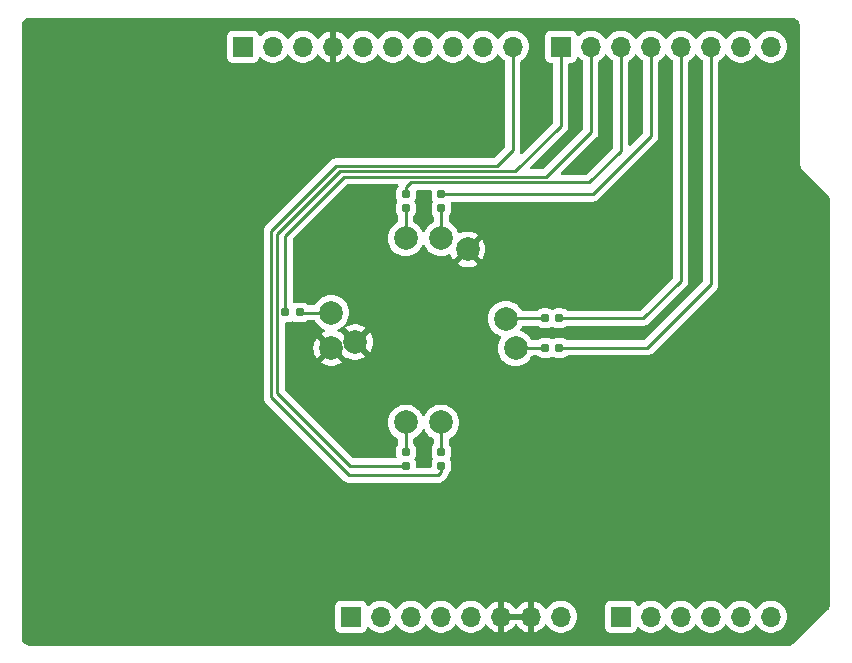
<source format=gbr>
%TF.GenerationSoftware,KiCad,Pcbnew,8.0.1-8.0.1-0~ubuntu23.10.1*%
%TF.CreationDate,2024-04-27T14:30:10-04:00*%
%TF.ProjectId,NavShield,4e617653-6869-4656-9c64-2e6b69636164,rev?*%
%TF.SameCoordinates,Original*%
%TF.FileFunction,Copper,L1,Top*%
%TF.FilePolarity,Positive*%
%FSLAX46Y46*%
G04 Gerber Fmt 4.6, Leading zero omitted, Abs format (unit mm)*
G04 Created by KiCad (PCBNEW 8.0.1-8.0.1-0~ubuntu23.10.1) date 2024-04-27 14:30:10*
%MOMM*%
%LPD*%
G01*
G04 APERTURE LIST*
G04 Aperture macros list*
%AMRoundRect*
0 Rectangle with rounded corners*
0 $1 Rounding radius*
0 $2 $3 $4 $5 $6 $7 $8 $9 X,Y pos of 4 corners*
0 Add a 4 corners polygon primitive as box body*
4,1,4,$2,$3,$4,$5,$6,$7,$8,$9,$2,$3,0*
0 Add four circle primitives for the rounded corners*
1,1,$1+$1,$2,$3*
1,1,$1+$1,$4,$5*
1,1,$1+$1,$6,$7*
1,1,$1+$1,$8,$9*
0 Add four rect primitives between the rounded corners*
20,1,$1+$1,$2,$3,$4,$5,0*
20,1,$1+$1,$4,$5,$6,$7,0*
20,1,$1+$1,$6,$7,$8,$9,0*
20,1,$1+$1,$8,$9,$2,$3,0*%
G04 Aperture macros list end*
%TA.AperFunction,SMDPad,CuDef*%
%ADD10RoundRect,0.160000X0.197500X0.160000X-0.197500X0.160000X-0.197500X-0.160000X0.197500X-0.160000X0*%
%TD*%
%TA.AperFunction,SMDPad,CuDef*%
%ADD11RoundRect,0.160000X-0.197500X-0.160000X0.197500X-0.160000X0.197500X0.160000X-0.197500X0.160000X0*%
%TD*%
%TA.AperFunction,SMDPad,CuDef*%
%ADD12RoundRect,0.160000X0.160000X-0.197500X0.160000X0.197500X-0.160000X0.197500X-0.160000X-0.197500X0*%
%TD*%
%TA.AperFunction,SMDPad,CuDef*%
%ADD13RoundRect,0.160000X-0.160000X0.197500X-0.160000X-0.197500X0.160000X-0.197500X0.160000X0.197500X0*%
%TD*%
%TA.AperFunction,ComponentPad*%
%ADD14C,2.000000*%
%TD*%
%TA.AperFunction,ComponentPad*%
%ADD15R,1.700000X1.700000*%
%TD*%
%TA.AperFunction,ComponentPad*%
%ADD16O,1.700000X1.700000*%
%TD*%
%TA.AperFunction,ViaPad*%
%ADD17C,0.600000*%
%TD*%
%TA.AperFunction,Conductor*%
%ADD18C,0.250000*%
%TD*%
G04 APERTURE END LIST*
D10*
%TO.P,R107,1*%
%TO.N,/\u002A3*%
X45597500Y27800000D03*
%TO.P,R107,2*%
%TO.N,Net-(SW101B-SEL)*%
X44402500Y27800000D03*
%TD*%
D11*
%TO.P,R106,1*%
%TO.N,/\u002A6*%
X22402500Y28300000D03*
%TO.P,R106,2*%
%TO.N,Net-(SW101B-DWN)*%
X23597500Y28300000D03*
%TD*%
D12*
%TO.P,R105,1*%
%TO.N,/7*%
X32600000Y15302500D03*
%TO.P,R105,2*%
%TO.N,Net-(SW101B-RGT)*%
X32600000Y16497500D03*
%TD*%
D13*
%TO.P,R104,1*%
%TO.N,/4*%
X35600000Y38297500D03*
%TO.P,R104,2*%
%TO.N,Net-(SW101B-LFT)*%
X35600000Y37102500D03*
%TD*%
D10*
%TO.P,R103,1*%
%TO.N,/2*%
X45597500Y25300000D03*
%TO.P,R103,2*%
%TO.N,Net-(SW101B-UP)*%
X44402500Y25300000D03*
%TD*%
D13*
%TO.P,R102,1*%
%TO.N,/\u002A5*%
X32600000Y38297500D03*
%TO.P,R102,2*%
%TO.N,Net-(SW101A-B)*%
X32600000Y37102500D03*
%TD*%
D12*
%TO.P,R101,1*%
%TO.N,/8*%
X35600000Y15302500D03*
%TO.P,R101,2*%
%TO.N,Net-(SW101A-A)*%
X35600000Y16497500D03*
%TD*%
D14*
%TO.P,SW101,10,GND*%
%TO.N,GND*%
X37830000Y33640000D03*
%TO.P,SW101,9,COM*%
X28300000Y25780000D03*
%TO.P,SW101,8,SEL*%
%TO.N,Net-(SW101B-SEL)*%
X41060000Y27780000D03*
%TO.P,SW101,7,DWN*%
%TO.N,Net-(SW101B-DWN)*%
X26280000Y28280000D03*
%TO.P,SW101,6,RGT*%
%TO.N,Net-(SW101B-RGT)*%
X32580000Y18980000D03*
%TO.P,SW101,5,LFT*%
%TO.N,Net-(SW101B-LFT)*%
X35580000Y34580000D03*
%TO.P,SW101,4,UP*%
%TO.N,Net-(SW101B-UP)*%
X41880000Y25280000D03*
%TO.P,SW101,3,B*%
%TO.N,Net-(SW101A-B)*%
X32580000Y34580000D03*
%TO.P,SW101,2,C*%
%TO.N,GND*%
X26280000Y25280000D03*
%TO.P,SW101,1,A*%
%TO.N,Net-(SW101A-A)*%
X35580000Y18980000D03*
%TD*%
D15*
%TO.P,J1,1,Pin_1*%
%TO.N,unconnected-(J1-Pin_1-Pad1)*%
X27940000Y2540000D03*
D16*
%TO.P,J1,2,Pin_2*%
%TO.N,/IOREF*%
X30480000Y2540000D03*
%TO.P,J1,3,Pin_3*%
%TO.N,/~{RESET}*%
X33020000Y2540000D03*
%TO.P,J1,4,Pin_4*%
%TO.N,+3V3*%
X35560000Y2540000D03*
%TO.P,J1,5,Pin_5*%
%TO.N,+5V*%
X38100000Y2540000D03*
%TO.P,J1,6,Pin_6*%
%TO.N,GND*%
X40640000Y2540000D03*
%TO.P,J1,7,Pin_7*%
X43180000Y2540000D03*
%TO.P,J1,8,Pin_8*%
%TO.N,VCC*%
X45720000Y2540000D03*
%TD*%
D15*
%TO.P,J3,1,Pin_1*%
%TO.N,/A0*%
X50800000Y2540000D03*
D16*
%TO.P,J3,2,Pin_2*%
%TO.N,/A1*%
X53340000Y2540000D03*
%TO.P,J3,3,Pin_3*%
%TO.N,/A2*%
X55880000Y2540000D03*
%TO.P,J3,4,Pin_4*%
%TO.N,/A3*%
X58420000Y2540000D03*
%TO.P,J3,5,Pin_5*%
%TO.N,unconnected-(J3-Pin_5-Pad5)*%
X60960000Y2540000D03*
%TO.P,J3,6,Pin_6*%
%TO.N,unconnected-(J3-Pin_6-Pad6)*%
X63500000Y2540000D03*
%TD*%
D15*
%TO.P,J2,1,Pin_1*%
%TO.N,/SCL{slash}A5*%
X18796000Y50800000D03*
D16*
%TO.P,J2,2,Pin_2*%
%TO.N,/SDA{slash}A4*%
X21336000Y50800000D03*
%TO.P,J2,3,Pin_3*%
%TO.N,/AREF*%
X23876000Y50800000D03*
%TO.P,J2,4,Pin_4*%
%TO.N,GND*%
X26416000Y50800000D03*
%TO.P,J2,5,Pin_5*%
%TO.N,/13*%
X28956000Y50800000D03*
%TO.P,J2,6,Pin_6*%
%TO.N,/12*%
X31496000Y50800000D03*
%TO.P,J2,7,Pin_7*%
%TO.N,/\u002A11*%
X34036000Y50800000D03*
%TO.P,J2,8,Pin_8*%
%TO.N,/\u002A10*%
X36576000Y50800000D03*
%TO.P,J2,9,Pin_9*%
%TO.N,/\u002A9*%
X39116000Y50800000D03*
%TO.P,J2,10,Pin_10*%
%TO.N,/8*%
X41656000Y50800000D03*
%TD*%
D15*
%TO.P,J4,1,Pin_1*%
%TO.N,/7*%
X45720000Y50800000D03*
D16*
%TO.P,J4,2,Pin_2*%
%TO.N,/\u002A6*%
X48260000Y50800000D03*
%TO.P,J4,3,Pin_3*%
%TO.N,/\u002A5*%
X50800000Y50800000D03*
%TO.P,J4,4,Pin_4*%
%TO.N,/4*%
X53340000Y50800000D03*
%TO.P,J4,5,Pin_5*%
%TO.N,/\u002A3*%
X55880000Y50800000D03*
%TO.P,J4,6,Pin_6*%
%TO.N,/2*%
X58420000Y50800000D03*
%TO.P,J4,7,Pin_7*%
%TO.N,/TX{slash}1*%
X60960000Y50800000D03*
%TO.P,J4,8,Pin_8*%
%TO.N,/RX{slash}0*%
X63500000Y50800000D03*
%TD*%
D17*
%TO.N,GND*%
X34100000Y17300000D03*
X34100000Y36200000D03*
X43700000Y48400000D03*
X47000000Y48400000D03*
X49600000Y48400000D03*
X52100000Y48400000D03*
X43600000Y26500000D03*
%TD*%
D18*
%TO.N,/4*%
X35600000Y38180000D02*
X35720000Y38300000D01*
X35720000Y38300000D02*
X48400000Y38300000D01*
X48400000Y38300000D02*
X53340000Y43240000D01*
X53340000Y43240000D02*
X53340000Y50800000D01*
%TO.N,/\u002A6*%
X22520000Y28300000D02*
X22400000Y28420000D01*
X22400000Y28420000D02*
X22400000Y34800000D01*
X22400000Y34800000D02*
X27400000Y39800000D01*
X27400000Y39800000D02*
X44500000Y39800000D01*
X44500000Y39800000D02*
X48260000Y43560000D01*
X48260000Y43560000D02*
X48260000Y50800000D01*
%TO.N,/7*%
X32600000Y15420000D02*
X32480000Y15300000D01*
X32480000Y15300000D02*
X27900000Y15300000D01*
X21700000Y21500000D02*
X21700000Y34900000D01*
X27900000Y15300000D02*
X21700000Y21500000D01*
X41850000Y40250000D02*
X45720000Y44120000D01*
X21700000Y34900000D02*
X27050000Y40250000D01*
X27050000Y40250000D02*
X41850000Y40250000D01*
X45720000Y44120000D02*
X45720000Y50800000D01*
%TO.N,/\u002A5*%
X50800000Y42000000D02*
X50800000Y50800000D01*
X48100000Y39300000D02*
X50800000Y42000000D01*
X33000000Y39300000D02*
X48100000Y39300000D01*
X32600000Y38900000D02*
X33000000Y39300000D01*
X32600000Y38180000D02*
X32600000Y38900000D01*
%TO.N,/8*%
X35300000Y14500000D02*
X35600000Y14800000D01*
X27800000Y14500000D02*
X35300000Y14500000D01*
X35600000Y14800000D02*
X35600000Y15420000D01*
X21200000Y35200000D02*
X21200000Y21100000D01*
X21200000Y21100000D02*
X27800000Y14500000D01*
X40300000Y40700000D02*
X26700000Y40700000D01*
X26700000Y40700000D02*
X21200000Y35200000D01*
X41656000Y42056000D02*
X40300000Y40700000D01*
X41656000Y50800000D02*
X41656000Y42056000D01*
%TO.N,/\u002A3*%
X55880000Y50800000D02*
X55880000Y30980000D01*
X55880000Y30980000D02*
X52700000Y27800000D01*
X52700000Y27800000D02*
X45480000Y27800000D01*
%TO.N,/2*%
X45480000Y25300000D02*
X53000000Y25300000D01*
X53000000Y25300000D02*
X58420000Y30720000D01*
X58420000Y30720000D02*
X58420000Y50800000D01*
%TO.N,Net-(SW101B-LFT)*%
X35600000Y37220000D02*
X35600000Y34600000D01*
X35600000Y34600000D02*
X35580000Y34580000D01*
%TO.N,Net-(SW101A-B)*%
X32580000Y34580000D02*
X32580000Y37200000D01*
X32580000Y37200000D02*
X32600000Y37220000D01*
%TO.N,Net-(SW101B-DWN)*%
X26280000Y28280000D02*
X23500000Y28280000D01*
X23500000Y28280000D02*
X23480000Y28300000D01*
%TO.N,Net-(SW101B-RGT)*%
X32580000Y18980000D02*
X32580000Y16400000D01*
X32580000Y16400000D02*
X32600000Y16380000D01*
%TO.N,Net-(SW101A-A)*%
X35600000Y16380000D02*
X35600000Y18960000D01*
X35600000Y18960000D02*
X35580000Y18980000D01*
%TO.N,Net-(SW101B-UP)*%
X44520000Y25300000D02*
X41900000Y25300000D01*
X41900000Y25300000D02*
X41880000Y25280000D01*
%TO.N,Net-(SW101B-SEL)*%
X44520000Y27800000D02*
X41080000Y27800000D01*
X41080000Y27800000D02*
X41060000Y27780000D01*
%TD*%
%TA.AperFunction,Conductor*%
%TO.N,GND*%
G36*
X42714075Y2732993D02*
G01*
X42680000Y2605826D01*
X42680000Y2474174D01*
X42714075Y2347007D01*
X42746988Y2290000D01*
X41073012Y2290000D01*
X41105925Y2347007D01*
X41140000Y2474174D01*
X41140000Y2605826D01*
X41105925Y2732993D01*
X41073012Y2790000D01*
X42746988Y2790000D01*
X42714075Y2732993D01*
G37*
%TD.AperFunction*%
%TA.AperFunction,Conductor*%
G36*
X34143273Y18442033D02*
G01*
X34190884Y18390896D01*
X34194561Y18382843D01*
X34231757Y18293041D01*
X34231759Y18293038D01*
X34355820Y18090590D01*
X34355821Y18090587D01*
X34355824Y18090584D01*
X34510031Y17910031D01*
X34649797Y17790660D01*
X34690586Y17755822D01*
X34690589Y17755821D01*
X34893037Y17631760D01*
X34897381Y17629546D01*
X34896473Y17627765D01*
X34944316Y17589255D01*
X34966418Y17522973D01*
X34966500Y17518477D01*
X34966500Y17218264D01*
X34946815Y17151225D01*
X34930181Y17130583D01*
X34909902Y17110305D01*
X34909899Y17110301D01*
X34825918Y16971378D01*
X34825916Y16971374D01*
X34777621Y16816388D01*
X34771500Y16749028D01*
X34771500Y16245973D01*
X34777621Y16178613D01*
X34825916Y16023627D01*
X34825918Y16023623D01*
X34861871Y15964148D01*
X34879706Y15896593D01*
X34861871Y15835852D01*
X34825918Y15776378D01*
X34825916Y15776374D01*
X34777621Y15621388D01*
X34771500Y15554028D01*
X34771500Y15257500D01*
X34751815Y15190461D01*
X34699011Y15144706D01*
X34647500Y15133500D01*
X33552500Y15133500D01*
X33485461Y15153185D01*
X33439706Y15205989D01*
X33428500Y15257500D01*
X33428500Y15554028D01*
X33428500Y15554030D01*
X33422379Y15621386D01*
X33374082Y15776376D01*
X33338127Y15835853D01*
X33320292Y15903404D01*
X33338127Y15964148D01*
X33374082Y16023624D01*
X33422379Y16178614D01*
X33428500Y16245970D01*
X33428500Y16749030D01*
X33422379Y16816386D01*
X33374082Y16971376D01*
X33374081Y16971378D01*
X33290100Y17110301D01*
X33290097Y17110305D01*
X33249819Y17150583D01*
X33216334Y17211906D01*
X33213500Y17238264D01*
X33213500Y17529555D01*
X33233185Y17596594D01*
X33272710Y17635282D01*
X33469411Y17755821D01*
X33469413Y17755822D01*
X33469413Y17755823D01*
X33469416Y17755824D01*
X33649969Y17910031D01*
X33804176Y18090584D01*
X33928240Y18293037D01*
X33965439Y18382843D01*
X34009279Y18437247D01*
X34075573Y18459312D01*
X34143273Y18442033D01*
G37*
%TD.AperFunction*%
%TA.AperFunction,Conductor*%
G36*
X27358380Y27121889D02*
G01*
X27410857Y27075759D01*
X27430063Y27008581D01*
X27429892Y27003660D01*
X28170590Y26262963D01*
X28107007Y26245925D01*
X27992993Y26180099D01*
X27899901Y26087007D01*
X27834075Y25972993D01*
X27817037Y25909410D01*
X27076562Y26649885D01*
X27061757Y26648349D01*
X27039800Y26629611D01*
X26970569Y26620190D01*
X26930125Y26633736D01*
X26884614Y26658365D01*
X26884604Y26658370D01*
X26878721Y26660389D01*
X26821706Y26700774D01*
X26795575Y26765574D01*
X26808626Y26834214D01*
X26856715Y26884901D01*
X26871532Y26892231D01*
X26966959Y26931758D01*
X26966960Y26931759D01*
X26966963Y26931760D01*
X27169416Y27055824D01*
X27225536Y27103756D01*
X27289294Y27132326D01*
X27358380Y27121889D01*
G37*
%TD.AperFunction*%
%TA.AperFunction,Conductor*%
G36*
X57231905Y50126485D02*
G01*
X57253804Y50101213D01*
X57344278Y49962732D01*
X57344283Y49962727D01*
X57344284Y49962724D01*
X57470968Y49825111D01*
X57496760Y49797094D01*
X57674424Y49658811D01*
X57674426Y49658810D01*
X57674433Y49658805D01*
X57721516Y49633326D01*
X57771107Y49584108D01*
X57786500Y49524271D01*
X57786500Y31033767D01*
X57766815Y30966728D01*
X57750181Y30946086D01*
X52773915Y25969819D01*
X52712592Y25936334D01*
X52686234Y25933500D01*
X46318264Y25933500D01*
X46251225Y25953185D01*
X46230583Y25969819D01*
X46210304Y25990098D01*
X46210300Y25990101D01*
X46071377Y26074082D01*
X46071373Y26074084D01*
X45916386Y26122379D01*
X45916388Y26122379D01*
X45889443Y26124828D01*
X45849030Y26128500D01*
X45345970Y26128500D01*
X45305556Y26124828D01*
X45278612Y26122379D01*
X45123626Y26074084D01*
X45123622Y26074082D01*
X45064148Y26038129D01*
X44996593Y26020294D01*
X44935852Y26038129D01*
X44876377Y26074082D01*
X44876373Y26074084D01*
X44721386Y26122379D01*
X44721388Y26122379D01*
X44694443Y26124828D01*
X44654030Y26128500D01*
X44150970Y26128500D01*
X44110556Y26124828D01*
X44083612Y26122379D01*
X43928626Y26074084D01*
X43928622Y26074082D01*
X43789699Y25990101D01*
X43789695Y25990098D01*
X43769417Y25969819D01*
X43708094Y25936334D01*
X43681736Y25933500D01*
X43318190Y25933500D01*
X43251151Y25953185D01*
X43212463Y25992710D01*
X43104179Y26169411D01*
X43104178Y26169414D01*
X42995252Y26296949D01*
X42949969Y26349969D01*
X42770079Y26503610D01*
X42769413Y26504179D01*
X42769410Y26504180D01*
X42566962Y26628241D01*
X42566959Y26628243D01*
X42347340Y26719211D01*
X42292936Y26763052D01*
X42270871Y26829346D01*
X42288150Y26897045D01*
X42289065Y26898562D01*
X42309409Y26931760D01*
X42408240Y27093037D01*
X42408242Y27093043D01*
X42410454Y27097381D01*
X42412222Y27096481D01*
X42450808Y27144359D01*
X42517103Y27166421D01*
X42521524Y27166500D01*
X43681736Y27166500D01*
X43748775Y27146815D01*
X43769417Y27130181D01*
X43789695Y27109903D01*
X43789699Y27109900D01*
X43928622Y27025919D01*
X43928626Y27025917D01*
X43983448Y27008834D01*
X44083614Y26977621D01*
X44150970Y26971500D01*
X44150973Y26971500D01*
X44654027Y26971500D01*
X44654030Y26971500D01*
X44721386Y26977621D01*
X44876376Y27025918D01*
X44935852Y27061873D01*
X45003404Y27079708D01*
X45064147Y27061873D01*
X45123624Y27025918D01*
X45123627Y27025917D01*
X45123626Y27025917D01*
X45178448Y27008834D01*
X45278614Y26977621D01*
X45345970Y26971500D01*
X45345973Y26971500D01*
X45849027Y26971500D01*
X45849030Y26971500D01*
X45916386Y26977621D01*
X46071376Y27025918D01*
X46210305Y27109903D01*
X46230583Y27130181D01*
X46291906Y27163666D01*
X46318264Y27166500D01*
X52762395Y27166500D01*
X52762396Y27166501D01*
X52884785Y27190845D01*
X53000075Y27238600D01*
X53103833Y27307929D01*
X56372071Y30576167D01*
X56441400Y30679925D01*
X56489155Y30795215D01*
X56513500Y30917606D01*
X56513500Y31042394D01*
X56513500Y49524271D01*
X56533185Y49591310D01*
X56578484Y49633326D01*
X56625566Y49658805D01*
X56625572Y49658809D01*
X56625576Y49658811D01*
X56803240Y49797094D01*
X56924594Y49928918D01*
X56955715Y49962724D01*
X56955715Y49962725D01*
X56955722Y49962732D01*
X57046193Y50101210D01*
X57099338Y50146563D01*
X57168569Y50155987D01*
X57231905Y50126485D01*
G37*
%TD.AperFunction*%
%TA.AperFunction,Conductor*%
G36*
X34714539Y38646815D02*
G01*
X34760294Y38594011D01*
X34771500Y38542500D01*
X34771500Y38045973D01*
X34777621Y37978613D01*
X34825916Y37823627D01*
X34825918Y37823623D01*
X34861871Y37764148D01*
X34879706Y37696593D01*
X34861871Y37635852D01*
X34825918Y37576378D01*
X34825916Y37576374D01*
X34777621Y37421388D01*
X34771500Y37354028D01*
X34771500Y36850973D01*
X34777621Y36783613D01*
X34825916Y36628627D01*
X34825918Y36628623D01*
X34909899Y36489700D01*
X34909902Y36489696D01*
X34930181Y36469417D01*
X34963666Y36408094D01*
X34966500Y36381736D01*
X34966500Y36041524D01*
X34946815Y35974485D01*
X34896952Y35931279D01*
X34897375Y35930450D01*
X34894027Y35928745D01*
X34894011Y35928730D01*
X34893929Y35928695D01*
X34893030Y35928237D01*
X34690589Y35804180D01*
X34690586Y35804179D01*
X34510031Y35649969D01*
X34355821Y35469414D01*
X34355820Y35469411D01*
X34231759Y35266963D01*
X34231757Y35266960D01*
X34194561Y35177158D01*
X34150720Y35122754D01*
X34084426Y35100689D01*
X34016727Y35117968D01*
X33969116Y35169105D01*
X33965439Y35177158D01*
X33928242Y35266960D01*
X33928240Y35266963D01*
X33804178Y35469412D01*
X33804178Y35469414D01*
X33769340Y35510203D01*
X33649969Y35649969D01*
X33530596Y35751924D01*
X33469413Y35804179D01*
X33469410Y35804180D01*
X33272710Y35924719D01*
X33225835Y35976531D01*
X33213500Y36030446D01*
X33213500Y36361736D01*
X33233185Y36428775D01*
X33249819Y36449417D01*
X33269819Y36469417D01*
X33290097Y36489695D01*
X33374082Y36628624D01*
X33422379Y36783614D01*
X33428500Y36850970D01*
X33428500Y37354030D01*
X33422379Y37421386D01*
X33374082Y37576376D01*
X33338127Y37635853D01*
X33320292Y37703404D01*
X33338127Y37764148D01*
X33374082Y37823624D01*
X33422379Y37978614D01*
X33428500Y38045970D01*
X33428500Y38542500D01*
X33448185Y38609539D01*
X33500989Y38655294D01*
X33552500Y38666500D01*
X34647500Y38666500D01*
X34714539Y38646815D01*
G37*
%TD.AperFunction*%
%TA.AperFunction,Conductor*%
G36*
X49611905Y50126485D02*
G01*
X49633804Y50101213D01*
X49724278Y49962732D01*
X49724283Y49962727D01*
X49724284Y49962724D01*
X49850968Y49825111D01*
X49876760Y49797094D01*
X50054424Y49658811D01*
X50054426Y49658810D01*
X50054433Y49658805D01*
X50101516Y49633326D01*
X50151107Y49584108D01*
X50166500Y49524271D01*
X50166500Y42313767D01*
X50146815Y42246728D01*
X50130181Y42226086D01*
X47873915Y39969819D01*
X47812592Y39936334D01*
X47786234Y39933500D01*
X45828766Y39933500D01*
X45761727Y39953185D01*
X45715972Y40005989D01*
X45706028Y40075147D01*
X45735053Y40138703D01*
X45741085Y40145181D01*
X48752068Y43156164D01*
X48752071Y43156167D01*
X48821400Y43259925D01*
X48869155Y43375215D01*
X48893500Y43497606D01*
X48893500Y43622394D01*
X48893500Y49524271D01*
X48913185Y49591310D01*
X48958484Y49633326D01*
X49005566Y49658805D01*
X49005572Y49658809D01*
X49005576Y49658811D01*
X49183240Y49797094D01*
X49304594Y49928918D01*
X49335715Y49962724D01*
X49335715Y49962725D01*
X49335722Y49962732D01*
X49426193Y50101210D01*
X49479338Y50146563D01*
X49548569Y50155987D01*
X49611905Y50126485D01*
G37*
%TD.AperFunction*%
%TA.AperFunction,Conductor*%
G36*
X47241746Y49890609D02*
G01*
X47273545Y49865764D01*
X47336760Y49797094D01*
X47514424Y49658811D01*
X47514426Y49658810D01*
X47514433Y49658805D01*
X47561516Y49633326D01*
X47611107Y49584108D01*
X47626500Y49524271D01*
X47626500Y43873766D01*
X47606815Y43806727D01*
X47590181Y43786085D01*
X44273915Y40469819D01*
X44212592Y40436334D01*
X44186234Y40433500D01*
X43228766Y40433500D01*
X43161727Y40453185D01*
X43115972Y40505989D01*
X43106028Y40575147D01*
X43135053Y40638703D01*
X43141085Y40645181D01*
X46212068Y43716164D01*
X46212071Y43716167D01*
X46281400Y43819925D01*
X46329155Y43935215D01*
X46353500Y44057606D01*
X46353500Y49317500D01*
X46373185Y49384539D01*
X46425989Y49430294D01*
X46477500Y49441500D01*
X46618638Y49441500D01*
X46618654Y49441501D01*
X46645692Y49444409D01*
X46679201Y49448011D01*
X46816204Y49499111D01*
X46933261Y49586739D01*
X47020889Y49703796D01*
X47066138Y49825113D01*
X47108009Y49881044D01*
X47173474Y49905461D01*
X47241746Y49890609D01*
G37*
%TD.AperFunction*%
%TA.AperFunction,Conductor*%
G36*
X52151905Y50126485D02*
G01*
X52173804Y50101213D01*
X52264278Y49962732D01*
X52264283Y49962727D01*
X52264284Y49962724D01*
X52390968Y49825111D01*
X52416760Y49797094D01*
X52594424Y49658811D01*
X52594426Y49658810D01*
X52594433Y49658805D01*
X52641516Y49633326D01*
X52691107Y49584108D01*
X52706500Y49524271D01*
X52706500Y43553766D01*
X52686815Y43486727D01*
X52670181Y43466085D01*
X51645181Y42441085D01*
X51583858Y42407600D01*
X51514166Y42412584D01*
X51458233Y42454456D01*
X51433816Y42519920D01*
X51433500Y42528766D01*
X51433500Y49524271D01*
X51453185Y49591310D01*
X51498484Y49633326D01*
X51545566Y49658805D01*
X51545572Y49658809D01*
X51545576Y49658811D01*
X51723240Y49797094D01*
X51844594Y49928918D01*
X51875715Y49962724D01*
X51875715Y49962725D01*
X51875722Y49962732D01*
X51966193Y50101210D01*
X52019338Y50146563D01*
X52088569Y50155987D01*
X52151905Y50126485D01*
G37*
%TD.AperFunction*%
%TA.AperFunction,Conductor*%
G36*
X65284061Y53263903D02*
G01*
X65399777Y53252506D01*
X65423612Y53247766D01*
X65529037Y53215785D01*
X65551476Y53206490D01*
X65648629Y53154561D01*
X65668839Y53141057D01*
X65753988Y53071177D01*
X65771176Y53053989D01*
X65841056Y52968840D01*
X65854561Y52948628D01*
X65906486Y52851483D01*
X65915786Y52829032D01*
X65942625Y52740555D01*
X65947763Y52723619D01*
X65952505Y52699779D01*
X65963903Y52584063D01*
X65964500Y52571908D01*
X65964500Y40928568D01*
X65964520Y40928360D01*
X65964519Y40889722D01*
X65985136Y40759519D01*
X65985137Y40759515D01*
X66025864Y40634154D01*
X66025867Y40634146D01*
X66085710Y40516688D01*
X66085712Y40516685D01*
X66085716Y40516678D01*
X66163185Y40410045D01*
X66163191Y40410038D01*
X66209796Y40363431D01*
X66209797Y40363430D01*
X66244580Y40328645D01*
X66244586Y40328641D01*
X68299118Y38274109D01*
X68307285Y38265099D01*
X68381056Y38175202D01*
X68394549Y38155007D01*
X68446476Y38057849D01*
X68455775Y38035398D01*
X68487748Y37929984D01*
X68492489Y37906142D01*
X68503902Y37790213D01*
X68504499Y37778061D01*
X68504498Y37735185D01*
X68504500Y37735176D01*
X68504500Y3656602D01*
X68504498Y3656584D01*
X68504499Y3623717D01*
X68503902Y3611563D01*
X68492510Y3495860D01*
X68487768Y3472014D01*
X68455792Y3366604D01*
X68446488Y3344145D01*
X68394566Y3247009D01*
X68381057Y3226793D01*
X68307244Y3136863D01*
X68299081Y3127856D01*
X68286091Y3114865D01*
X68286090Y3114866D01*
X68286085Y3114859D01*
X65452109Y280883D01*
X65443089Y272708D01*
X65353210Y198952D01*
X65332999Y185448D01*
X65235853Y133526D01*
X65213395Y124224D01*
X65107986Y92252D01*
X65084143Y87511D01*
X64968212Y76098D01*
X64956060Y75501D01*
X64913185Y75502D01*
X64913175Y75500D01*
X768093Y75500D01*
X755939Y76097D01*
X747995Y76880D01*
X640221Y87495D01*
X616381Y92237D01*
X599445Y97375D01*
X510968Y124214D01*
X488517Y133514D01*
X391372Y185439D01*
X371160Y198944D01*
X286011Y268824D01*
X268823Y286012D01*
X198943Y371161D01*
X185438Y391373D01*
X133510Y488524D01*
X124215Y510963D01*
X92234Y616388D01*
X87494Y640223D01*
X76097Y755939D01*
X75500Y768093D01*
X75500Y1641346D01*
X26581500Y1641346D01*
X26588011Y1580798D01*
X26588011Y1580796D01*
X26639111Y1443796D01*
X26726739Y1326739D01*
X26843796Y1239111D01*
X26980799Y1188011D01*
X27008050Y1185082D01*
X27041345Y1181501D01*
X27041362Y1181500D01*
X28838638Y1181500D01*
X28838654Y1181501D01*
X28865692Y1184409D01*
X28899201Y1188011D01*
X29036204Y1239111D01*
X29153261Y1326739D01*
X29240889Y1443796D01*
X29286138Y1565113D01*
X29328009Y1621044D01*
X29393474Y1645461D01*
X29461746Y1630609D01*
X29493545Y1605764D01*
X29556760Y1537094D01*
X29734424Y1398811D01*
X29734425Y1398811D01*
X29734427Y1398809D01*
X29794314Y1366400D01*
X29932426Y1291658D01*
X30145365Y1218556D01*
X30367431Y1181500D01*
X30592569Y1181500D01*
X30814635Y1218556D01*
X31027574Y1291658D01*
X31225576Y1398811D01*
X31403240Y1537094D01*
X31524594Y1668918D01*
X31555715Y1702724D01*
X31555715Y1702725D01*
X31555722Y1702732D01*
X31646193Y1841210D01*
X31699338Y1886563D01*
X31768569Y1895987D01*
X31831905Y1866485D01*
X31853804Y1841213D01*
X31944278Y1702732D01*
X31944283Y1702727D01*
X31944284Y1702724D01*
X32070968Y1565111D01*
X32096760Y1537094D01*
X32274424Y1398811D01*
X32274425Y1398811D01*
X32274427Y1398809D01*
X32334314Y1366400D01*
X32472426Y1291658D01*
X32685365Y1218556D01*
X32907431Y1181500D01*
X33132569Y1181500D01*
X33354635Y1218556D01*
X33567574Y1291658D01*
X33765576Y1398811D01*
X33943240Y1537094D01*
X34064594Y1668918D01*
X34095715Y1702724D01*
X34095715Y1702725D01*
X34095722Y1702732D01*
X34186193Y1841210D01*
X34239338Y1886563D01*
X34308569Y1895987D01*
X34371905Y1866485D01*
X34393804Y1841213D01*
X34484278Y1702732D01*
X34484283Y1702727D01*
X34484284Y1702724D01*
X34610968Y1565111D01*
X34636760Y1537094D01*
X34814424Y1398811D01*
X34814425Y1398811D01*
X34814427Y1398809D01*
X34874314Y1366400D01*
X35012426Y1291658D01*
X35225365Y1218556D01*
X35447431Y1181500D01*
X35672569Y1181500D01*
X35894635Y1218556D01*
X36107574Y1291658D01*
X36305576Y1398811D01*
X36483240Y1537094D01*
X36604594Y1668918D01*
X36635715Y1702724D01*
X36635715Y1702725D01*
X36635722Y1702732D01*
X36726193Y1841210D01*
X36779338Y1886563D01*
X36848569Y1895987D01*
X36911905Y1866485D01*
X36933804Y1841213D01*
X37024278Y1702732D01*
X37024283Y1702727D01*
X37024284Y1702724D01*
X37150968Y1565111D01*
X37176760Y1537094D01*
X37354424Y1398811D01*
X37354425Y1398811D01*
X37354427Y1398809D01*
X37414314Y1366400D01*
X37552426Y1291658D01*
X37765365Y1218556D01*
X37987431Y1181500D01*
X38212569Y1181500D01*
X38434635Y1218556D01*
X38647574Y1291658D01*
X38845576Y1398811D01*
X39023240Y1537094D01*
X39144594Y1668918D01*
X39175715Y1702724D01*
X39175715Y1702725D01*
X39175722Y1702732D01*
X39269749Y1846653D01*
X39322894Y1892006D01*
X39392125Y1901430D01*
X39455461Y1871928D01*
X39475130Y1849952D01*
X39601890Y1668922D01*
X39768917Y1501895D01*
X39962421Y1366400D01*
X40176507Y1266571D01*
X40176516Y1266567D01*
X40390000Y1209366D01*
X40390000Y2106988D01*
X40447007Y2074075D01*
X40574174Y2040000D01*
X40705826Y2040000D01*
X40832993Y2074075D01*
X40890000Y2106988D01*
X40890000Y1209367D01*
X41103483Y1266567D01*
X41103492Y1266571D01*
X41317578Y1366400D01*
X41511082Y1501895D01*
X41678105Y1668918D01*
X41808425Y1855032D01*
X41863002Y1898656D01*
X41932501Y1905849D01*
X41994855Y1874327D01*
X42011575Y1855032D01*
X42141894Y1668918D01*
X42308917Y1501895D01*
X42502421Y1366400D01*
X42716507Y1266571D01*
X42716516Y1266567D01*
X42930000Y1209366D01*
X42930000Y2106988D01*
X42987007Y2074075D01*
X43114174Y2040000D01*
X43245826Y2040000D01*
X43372993Y2074075D01*
X43430000Y2106988D01*
X43430000Y1209367D01*
X43643483Y1266567D01*
X43643492Y1266571D01*
X43857578Y1366400D01*
X44051082Y1501895D01*
X44218105Y1668918D01*
X44344868Y1849952D01*
X44399445Y1893577D01*
X44468944Y1900769D01*
X44531298Y1869247D01*
X44550251Y1846650D01*
X44644276Y1702735D01*
X44644284Y1702724D01*
X44770968Y1565111D01*
X44796760Y1537094D01*
X44974424Y1398811D01*
X44974425Y1398811D01*
X44974427Y1398809D01*
X45034314Y1366400D01*
X45172426Y1291658D01*
X45385365Y1218556D01*
X45607431Y1181500D01*
X45832569Y1181500D01*
X46054635Y1218556D01*
X46267574Y1291658D01*
X46465576Y1398811D01*
X46643240Y1537094D01*
X46739212Y1641346D01*
X49441500Y1641346D01*
X49448011Y1580798D01*
X49448011Y1580796D01*
X49499111Y1443796D01*
X49586739Y1326739D01*
X49703796Y1239111D01*
X49840799Y1188011D01*
X49868050Y1185082D01*
X49901345Y1181501D01*
X49901362Y1181500D01*
X51698638Y1181500D01*
X51698654Y1181501D01*
X51725692Y1184409D01*
X51759201Y1188011D01*
X51896204Y1239111D01*
X52013261Y1326739D01*
X52100889Y1443796D01*
X52146138Y1565113D01*
X52188009Y1621044D01*
X52253474Y1645461D01*
X52321746Y1630609D01*
X52353545Y1605764D01*
X52416760Y1537094D01*
X52594424Y1398811D01*
X52594425Y1398811D01*
X52594427Y1398809D01*
X52654314Y1366400D01*
X52792426Y1291658D01*
X53005365Y1218556D01*
X53227431Y1181500D01*
X53452569Y1181500D01*
X53674635Y1218556D01*
X53887574Y1291658D01*
X54085576Y1398811D01*
X54263240Y1537094D01*
X54384594Y1668918D01*
X54415715Y1702724D01*
X54415715Y1702725D01*
X54415722Y1702732D01*
X54506193Y1841210D01*
X54559338Y1886563D01*
X54628569Y1895987D01*
X54691905Y1866485D01*
X54713804Y1841213D01*
X54804278Y1702732D01*
X54804283Y1702727D01*
X54804284Y1702724D01*
X54930968Y1565111D01*
X54956760Y1537094D01*
X55134424Y1398811D01*
X55134425Y1398811D01*
X55134427Y1398809D01*
X55194314Y1366400D01*
X55332426Y1291658D01*
X55545365Y1218556D01*
X55767431Y1181500D01*
X55992569Y1181500D01*
X56214635Y1218556D01*
X56427574Y1291658D01*
X56625576Y1398811D01*
X56803240Y1537094D01*
X56924594Y1668918D01*
X56955715Y1702724D01*
X56955715Y1702725D01*
X56955722Y1702732D01*
X57046193Y1841210D01*
X57099338Y1886563D01*
X57168569Y1895987D01*
X57231905Y1866485D01*
X57253804Y1841213D01*
X57344278Y1702732D01*
X57344283Y1702727D01*
X57344284Y1702724D01*
X57470968Y1565111D01*
X57496760Y1537094D01*
X57674424Y1398811D01*
X57674425Y1398811D01*
X57674427Y1398809D01*
X57734314Y1366400D01*
X57872426Y1291658D01*
X58085365Y1218556D01*
X58307431Y1181500D01*
X58532569Y1181500D01*
X58754635Y1218556D01*
X58967574Y1291658D01*
X59165576Y1398811D01*
X59343240Y1537094D01*
X59464594Y1668918D01*
X59495715Y1702724D01*
X59495715Y1702725D01*
X59495722Y1702732D01*
X59586193Y1841210D01*
X59639338Y1886563D01*
X59708569Y1895987D01*
X59771905Y1866485D01*
X59793804Y1841213D01*
X59884278Y1702732D01*
X59884283Y1702727D01*
X59884284Y1702724D01*
X60010968Y1565111D01*
X60036760Y1537094D01*
X60214424Y1398811D01*
X60214425Y1398811D01*
X60214427Y1398809D01*
X60274314Y1366400D01*
X60412426Y1291658D01*
X60625365Y1218556D01*
X60847431Y1181500D01*
X61072569Y1181500D01*
X61294635Y1218556D01*
X61507574Y1291658D01*
X61705576Y1398811D01*
X61883240Y1537094D01*
X62004594Y1668918D01*
X62035715Y1702724D01*
X62035715Y1702725D01*
X62035722Y1702732D01*
X62126193Y1841210D01*
X62179338Y1886563D01*
X62248569Y1895987D01*
X62311905Y1866485D01*
X62333804Y1841213D01*
X62424278Y1702732D01*
X62424283Y1702727D01*
X62424284Y1702724D01*
X62550968Y1565111D01*
X62576760Y1537094D01*
X62754424Y1398811D01*
X62754425Y1398811D01*
X62754427Y1398809D01*
X62814314Y1366400D01*
X62952426Y1291658D01*
X63165365Y1218556D01*
X63387431Y1181500D01*
X63612569Y1181500D01*
X63834635Y1218556D01*
X64047574Y1291658D01*
X64245576Y1398811D01*
X64423240Y1537094D01*
X64544594Y1668918D01*
X64575715Y1702724D01*
X64575717Y1702727D01*
X64575722Y1702732D01*
X64698860Y1891209D01*
X64789296Y2097384D01*
X64844564Y2315632D01*
X64847164Y2347007D01*
X64863156Y2539995D01*
X64863156Y2540006D01*
X64844565Y2764360D01*
X64844563Y2764372D01*
X64789296Y2982615D01*
X64779071Y3005925D01*
X64698860Y3188791D01*
X64682706Y3213516D01*
X64575723Y3377266D01*
X64575715Y3377277D01*
X64423243Y3542903D01*
X64423238Y3542908D01*
X64245577Y3681188D01*
X64245572Y3681192D01*
X64047580Y3788339D01*
X64047577Y3788341D01*
X64047574Y3788342D01*
X64047571Y3788343D01*
X64047569Y3788344D01*
X63834637Y3861444D01*
X63612569Y3898500D01*
X63387431Y3898500D01*
X63165362Y3861444D01*
X62952430Y3788344D01*
X62952419Y3788339D01*
X62754427Y3681192D01*
X62754422Y3681188D01*
X62576761Y3542908D01*
X62576756Y3542903D01*
X62424284Y3377277D01*
X62424276Y3377266D01*
X62333808Y3238794D01*
X62280662Y3193438D01*
X62211431Y3184014D01*
X62148095Y3213516D01*
X62126192Y3238794D01*
X62035723Y3377266D01*
X62035715Y3377277D01*
X61883243Y3542903D01*
X61883238Y3542908D01*
X61705577Y3681188D01*
X61705572Y3681192D01*
X61507580Y3788339D01*
X61507577Y3788341D01*
X61507574Y3788342D01*
X61507571Y3788343D01*
X61507569Y3788344D01*
X61294637Y3861444D01*
X61072569Y3898500D01*
X60847431Y3898500D01*
X60625362Y3861444D01*
X60412430Y3788344D01*
X60412419Y3788339D01*
X60214427Y3681192D01*
X60214422Y3681188D01*
X60036761Y3542908D01*
X60036756Y3542903D01*
X59884284Y3377277D01*
X59884276Y3377266D01*
X59793808Y3238794D01*
X59740662Y3193438D01*
X59671431Y3184014D01*
X59608095Y3213516D01*
X59586192Y3238794D01*
X59495723Y3377266D01*
X59495715Y3377277D01*
X59343243Y3542903D01*
X59343238Y3542908D01*
X59165577Y3681188D01*
X59165572Y3681192D01*
X58967580Y3788339D01*
X58967577Y3788341D01*
X58967574Y3788342D01*
X58967571Y3788343D01*
X58967569Y3788344D01*
X58754637Y3861444D01*
X58532569Y3898500D01*
X58307431Y3898500D01*
X58085362Y3861444D01*
X57872430Y3788344D01*
X57872419Y3788339D01*
X57674427Y3681192D01*
X57674422Y3681188D01*
X57496761Y3542908D01*
X57496756Y3542903D01*
X57344284Y3377277D01*
X57344276Y3377266D01*
X57253808Y3238794D01*
X57200662Y3193438D01*
X57131431Y3184014D01*
X57068095Y3213516D01*
X57046192Y3238794D01*
X56955723Y3377266D01*
X56955715Y3377277D01*
X56803243Y3542903D01*
X56803238Y3542908D01*
X56625577Y3681188D01*
X56625572Y3681192D01*
X56427580Y3788339D01*
X56427577Y3788341D01*
X56427574Y3788342D01*
X56427571Y3788343D01*
X56427569Y3788344D01*
X56214637Y3861444D01*
X55992569Y3898500D01*
X55767431Y3898500D01*
X55545362Y3861444D01*
X55332430Y3788344D01*
X55332419Y3788339D01*
X55134427Y3681192D01*
X55134422Y3681188D01*
X54956761Y3542908D01*
X54956756Y3542903D01*
X54804284Y3377277D01*
X54804276Y3377266D01*
X54713808Y3238794D01*
X54660662Y3193438D01*
X54591431Y3184014D01*
X54528095Y3213516D01*
X54506192Y3238794D01*
X54415723Y3377266D01*
X54415715Y3377277D01*
X54263243Y3542903D01*
X54263238Y3542908D01*
X54085577Y3681188D01*
X54085572Y3681192D01*
X53887580Y3788339D01*
X53887577Y3788341D01*
X53887574Y3788342D01*
X53887571Y3788343D01*
X53887569Y3788344D01*
X53674637Y3861444D01*
X53452569Y3898500D01*
X53227431Y3898500D01*
X53005362Y3861444D01*
X52792430Y3788344D01*
X52792419Y3788339D01*
X52594427Y3681192D01*
X52594422Y3681188D01*
X52416761Y3542908D01*
X52353548Y3474240D01*
X52293661Y3438250D01*
X52223823Y3440351D01*
X52166207Y3479876D01*
X52146138Y3514890D01*
X52100889Y3636204D01*
X52067214Y3681188D01*
X52013261Y3753261D01*
X51896204Y3840889D01*
X51759203Y3891989D01*
X51698654Y3898500D01*
X51698638Y3898500D01*
X49901362Y3898500D01*
X49901345Y3898500D01*
X49840797Y3891989D01*
X49840795Y3891989D01*
X49703795Y3840889D01*
X49586739Y3753261D01*
X49499111Y3636205D01*
X49448011Y3499205D01*
X49448011Y3499203D01*
X49441500Y3438655D01*
X49441500Y1641346D01*
X46739212Y1641346D01*
X46764594Y1668918D01*
X46795715Y1702724D01*
X46795717Y1702727D01*
X46795722Y1702732D01*
X46918860Y1891209D01*
X47009296Y2097384D01*
X47064564Y2315632D01*
X47067164Y2347007D01*
X47083156Y2539995D01*
X47083156Y2540006D01*
X47064565Y2764360D01*
X47064563Y2764372D01*
X47009296Y2982615D01*
X46999071Y3005925D01*
X46918860Y3188791D01*
X46902706Y3213516D01*
X46795723Y3377266D01*
X46795715Y3377277D01*
X46643243Y3542903D01*
X46643238Y3542908D01*
X46465577Y3681188D01*
X46465572Y3681192D01*
X46267580Y3788339D01*
X46267577Y3788341D01*
X46267574Y3788342D01*
X46267571Y3788343D01*
X46267569Y3788344D01*
X46054637Y3861444D01*
X45832569Y3898500D01*
X45607431Y3898500D01*
X45385362Y3861444D01*
X45172430Y3788344D01*
X45172419Y3788339D01*
X44974427Y3681192D01*
X44974422Y3681188D01*
X44796761Y3542908D01*
X44796756Y3542903D01*
X44644284Y3377277D01*
X44644276Y3377266D01*
X44550251Y3233350D01*
X44497105Y3187993D01*
X44427873Y3178570D01*
X44364538Y3208072D01*
X44344868Y3230049D01*
X44218113Y3411074D01*
X44218108Y3411080D01*
X44051082Y3578106D01*
X43857578Y3713601D01*
X43643492Y3813430D01*
X43643486Y3813433D01*
X43430000Y3870636D01*
X43430000Y2973012D01*
X43372993Y3005925D01*
X43245826Y3040000D01*
X43114174Y3040000D01*
X42987007Y3005925D01*
X42930000Y2973012D01*
X42930000Y3870636D01*
X42929999Y3870636D01*
X42716513Y3813433D01*
X42716507Y3813430D01*
X42502422Y3713601D01*
X42502420Y3713600D01*
X42308926Y3578114D01*
X42308920Y3578109D01*
X42141891Y3411080D01*
X42141890Y3411078D01*
X42011575Y3224969D01*
X41956998Y3181345D01*
X41887499Y3174152D01*
X41825145Y3205674D01*
X41808425Y3224969D01*
X41678109Y3411078D01*
X41678108Y3411080D01*
X41511082Y3578106D01*
X41317578Y3713601D01*
X41103492Y3813430D01*
X41103486Y3813433D01*
X40890000Y3870636D01*
X40890000Y2973012D01*
X40832993Y3005925D01*
X40705826Y3040000D01*
X40574174Y3040000D01*
X40447007Y3005925D01*
X40390000Y2973012D01*
X40390000Y3870636D01*
X40389999Y3870636D01*
X40176513Y3813433D01*
X40176507Y3813430D01*
X39962422Y3713601D01*
X39962420Y3713600D01*
X39768926Y3578114D01*
X39768920Y3578109D01*
X39601891Y3411080D01*
X39601890Y3411078D01*
X39475131Y3230048D01*
X39420554Y3186423D01*
X39351055Y3179231D01*
X39288701Y3210753D01*
X39269752Y3233344D01*
X39175722Y3377268D01*
X39175715Y3377275D01*
X39175715Y3377277D01*
X39023243Y3542903D01*
X39023238Y3542908D01*
X38845577Y3681188D01*
X38845572Y3681192D01*
X38647580Y3788339D01*
X38647577Y3788341D01*
X38647574Y3788342D01*
X38647571Y3788343D01*
X38647569Y3788344D01*
X38434637Y3861444D01*
X38212569Y3898500D01*
X37987431Y3898500D01*
X37765362Y3861444D01*
X37552430Y3788344D01*
X37552419Y3788339D01*
X37354427Y3681192D01*
X37354422Y3681188D01*
X37176761Y3542908D01*
X37176756Y3542903D01*
X37024284Y3377277D01*
X37024276Y3377266D01*
X36933808Y3238794D01*
X36880662Y3193438D01*
X36811431Y3184014D01*
X36748095Y3213516D01*
X36726192Y3238794D01*
X36635723Y3377266D01*
X36635715Y3377277D01*
X36483243Y3542903D01*
X36483238Y3542908D01*
X36305577Y3681188D01*
X36305572Y3681192D01*
X36107580Y3788339D01*
X36107577Y3788341D01*
X36107574Y3788342D01*
X36107571Y3788343D01*
X36107569Y3788344D01*
X35894637Y3861444D01*
X35672569Y3898500D01*
X35447431Y3898500D01*
X35225362Y3861444D01*
X35012430Y3788344D01*
X35012419Y3788339D01*
X34814427Y3681192D01*
X34814422Y3681188D01*
X34636761Y3542908D01*
X34636756Y3542903D01*
X34484284Y3377277D01*
X34484276Y3377266D01*
X34393808Y3238794D01*
X34340662Y3193438D01*
X34271431Y3184014D01*
X34208095Y3213516D01*
X34186192Y3238794D01*
X34095723Y3377266D01*
X34095715Y3377277D01*
X33943243Y3542903D01*
X33943238Y3542908D01*
X33765577Y3681188D01*
X33765572Y3681192D01*
X33567580Y3788339D01*
X33567577Y3788341D01*
X33567574Y3788342D01*
X33567571Y3788343D01*
X33567569Y3788344D01*
X33354637Y3861444D01*
X33132569Y3898500D01*
X32907431Y3898500D01*
X32685362Y3861444D01*
X32472430Y3788344D01*
X32472419Y3788339D01*
X32274427Y3681192D01*
X32274422Y3681188D01*
X32096761Y3542908D01*
X32096756Y3542903D01*
X31944284Y3377277D01*
X31944276Y3377266D01*
X31853808Y3238794D01*
X31800662Y3193438D01*
X31731431Y3184014D01*
X31668095Y3213516D01*
X31646192Y3238794D01*
X31555723Y3377266D01*
X31555715Y3377277D01*
X31403243Y3542903D01*
X31403238Y3542908D01*
X31225577Y3681188D01*
X31225572Y3681192D01*
X31027580Y3788339D01*
X31027577Y3788341D01*
X31027574Y3788342D01*
X31027571Y3788343D01*
X31027569Y3788344D01*
X30814637Y3861444D01*
X30592569Y3898500D01*
X30367431Y3898500D01*
X30145362Y3861444D01*
X29932430Y3788344D01*
X29932419Y3788339D01*
X29734427Y3681192D01*
X29734422Y3681188D01*
X29556761Y3542908D01*
X29493548Y3474240D01*
X29433661Y3438250D01*
X29363823Y3440351D01*
X29306207Y3479876D01*
X29286138Y3514890D01*
X29240889Y3636204D01*
X29207214Y3681188D01*
X29153261Y3753261D01*
X29036204Y3840889D01*
X28899203Y3891989D01*
X28838654Y3898500D01*
X28838638Y3898500D01*
X27041362Y3898500D01*
X27041345Y3898500D01*
X26980797Y3891989D01*
X26980795Y3891989D01*
X26843795Y3840889D01*
X26726739Y3753261D01*
X26639111Y3636205D01*
X26588011Y3499205D01*
X26588011Y3499203D01*
X26581500Y3438655D01*
X26581500Y1641346D01*
X75500Y1641346D01*
X75500Y49901346D01*
X17437500Y49901346D01*
X17444011Y49840798D01*
X17444011Y49840796D01*
X17495111Y49703796D01*
X17582739Y49586739D01*
X17699796Y49499111D01*
X17836799Y49448011D01*
X17864050Y49445082D01*
X17897345Y49441501D01*
X17897362Y49441500D01*
X19694638Y49441500D01*
X19694654Y49441501D01*
X19721692Y49444409D01*
X19755201Y49448011D01*
X19892204Y49499111D01*
X20009261Y49586739D01*
X20096889Y49703796D01*
X20142138Y49825113D01*
X20184009Y49881044D01*
X20249474Y49905461D01*
X20317746Y49890609D01*
X20349545Y49865764D01*
X20412760Y49797094D01*
X20590424Y49658811D01*
X20590425Y49658811D01*
X20590427Y49658809D01*
X20637516Y49633326D01*
X20788426Y49551658D01*
X21001365Y49478556D01*
X21223431Y49441500D01*
X21448569Y49441500D01*
X21670635Y49478556D01*
X21883574Y49551658D01*
X22081576Y49658811D01*
X22259240Y49797094D01*
X22380594Y49928918D01*
X22411715Y49962724D01*
X22411715Y49962725D01*
X22411722Y49962732D01*
X22502193Y50101210D01*
X22555338Y50146563D01*
X22624569Y50155987D01*
X22687905Y50126485D01*
X22709804Y50101213D01*
X22800278Y49962732D01*
X22800283Y49962727D01*
X22800284Y49962724D01*
X22926968Y49825111D01*
X22952760Y49797094D01*
X23130424Y49658811D01*
X23130425Y49658811D01*
X23130427Y49658809D01*
X23177516Y49633326D01*
X23328426Y49551658D01*
X23541365Y49478556D01*
X23763431Y49441500D01*
X23988569Y49441500D01*
X24210635Y49478556D01*
X24423574Y49551658D01*
X24621576Y49658811D01*
X24799240Y49797094D01*
X24920594Y49928918D01*
X24951715Y49962724D01*
X24951715Y49962725D01*
X24951722Y49962732D01*
X25045749Y50106653D01*
X25098894Y50152006D01*
X25168125Y50161430D01*
X25231461Y50131928D01*
X25251130Y50109952D01*
X25377890Y49928922D01*
X25544917Y49761895D01*
X25738421Y49626400D01*
X25952507Y49526571D01*
X25952516Y49526567D01*
X26166000Y49469366D01*
X26166000Y50366988D01*
X26223007Y50334075D01*
X26350174Y50300000D01*
X26481826Y50300000D01*
X26608993Y50334075D01*
X26666000Y50366988D01*
X26666000Y49469367D01*
X26879483Y49526567D01*
X26879492Y49526571D01*
X27093578Y49626400D01*
X27287082Y49761895D01*
X27454105Y49928918D01*
X27580868Y50109952D01*
X27635445Y50153577D01*
X27704944Y50160769D01*
X27767298Y50129247D01*
X27786251Y50106650D01*
X27880276Y49962735D01*
X27880284Y49962724D01*
X28006968Y49825111D01*
X28032760Y49797094D01*
X28210424Y49658811D01*
X28210425Y49658811D01*
X28210427Y49658809D01*
X28257516Y49633326D01*
X28408426Y49551658D01*
X28621365Y49478556D01*
X28843431Y49441500D01*
X29068569Y49441500D01*
X29290635Y49478556D01*
X29503574Y49551658D01*
X29701576Y49658811D01*
X29879240Y49797094D01*
X30000594Y49928918D01*
X30031715Y49962724D01*
X30031715Y49962725D01*
X30031722Y49962732D01*
X30122193Y50101210D01*
X30175338Y50146563D01*
X30244569Y50155987D01*
X30307905Y50126485D01*
X30329804Y50101213D01*
X30420278Y49962732D01*
X30420283Y49962727D01*
X30420284Y49962724D01*
X30546968Y49825111D01*
X30572760Y49797094D01*
X30750424Y49658811D01*
X30750425Y49658811D01*
X30750427Y49658809D01*
X30797516Y49633326D01*
X30948426Y49551658D01*
X31161365Y49478556D01*
X31383431Y49441500D01*
X31608569Y49441500D01*
X31830635Y49478556D01*
X32043574Y49551658D01*
X32241576Y49658811D01*
X32419240Y49797094D01*
X32540594Y49928918D01*
X32571715Y49962724D01*
X32571715Y49962725D01*
X32571722Y49962732D01*
X32662193Y50101210D01*
X32715338Y50146563D01*
X32784569Y50155987D01*
X32847905Y50126485D01*
X32869804Y50101213D01*
X32960278Y49962732D01*
X32960283Y49962727D01*
X32960284Y49962724D01*
X33086968Y49825111D01*
X33112760Y49797094D01*
X33290424Y49658811D01*
X33290425Y49658811D01*
X33290427Y49658809D01*
X33337516Y49633326D01*
X33488426Y49551658D01*
X33701365Y49478556D01*
X33923431Y49441500D01*
X34148569Y49441500D01*
X34370635Y49478556D01*
X34583574Y49551658D01*
X34781576Y49658811D01*
X34959240Y49797094D01*
X35080594Y49928918D01*
X35111715Y49962724D01*
X35111715Y49962725D01*
X35111722Y49962732D01*
X35202193Y50101210D01*
X35255338Y50146563D01*
X35324569Y50155987D01*
X35387905Y50126485D01*
X35409804Y50101213D01*
X35500278Y49962732D01*
X35500283Y49962727D01*
X35500284Y49962724D01*
X35626968Y49825111D01*
X35652760Y49797094D01*
X35830424Y49658811D01*
X35830425Y49658811D01*
X35830427Y49658809D01*
X35877516Y49633326D01*
X36028426Y49551658D01*
X36241365Y49478556D01*
X36463431Y49441500D01*
X36688569Y49441500D01*
X36910635Y49478556D01*
X37123574Y49551658D01*
X37321576Y49658811D01*
X37499240Y49797094D01*
X37620594Y49928918D01*
X37651715Y49962724D01*
X37651715Y49962725D01*
X37651722Y49962732D01*
X37742193Y50101210D01*
X37795338Y50146563D01*
X37864569Y50155987D01*
X37927905Y50126485D01*
X37949804Y50101213D01*
X38040278Y49962732D01*
X38040283Y49962727D01*
X38040284Y49962724D01*
X38166968Y49825111D01*
X38192760Y49797094D01*
X38370424Y49658811D01*
X38370425Y49658811D01*
X38370427Y49658809D01*
X38417516Y49633326D01*
X38568426Y49551658D01*
X38781365Y49478556D01*
X39003431Y49441500D01*
X39228569Y49441500D01*
X39450635Y49478556D01*
X39663574Y49551658D01*
X39861576Y49658811D01*
X40039240Y49797094D01*
X40160594Y49928918D01*
X40191715Y49962724D01*
X40191715Y49962725D01*
X40191722Y49962732D01*
X40282193Y50101210D01*
X40335338Y50146563D01*
X40404569Y50155987D01*
X40467905Y50126485D01*
X40489804Y50101213D01*
X40580278Y49962732D01*
X40580283Y49962727D01*
X40580284Y49962724D01*
X40706968Y49825111D01*
X40732760Y49797094D01*
X40910424Y49658811D01*
X40910426Y49658810D01*
X40910433Y49658805D01*
X40957516Y49633326D01*
X41007107Y49584108D01*
X41022500Y49524271D01*
X41022500Y42369767D01*
X41002815Y42302728D01*
X40986181Y42282086D01*
X40073915Y41369819D01*
X40012592Y41336334D01*
X39986234Y41333500D01*
X26637602Y41333500D01*
X26515219Y41309157D01*
X26515214Y41309155D01*
X26481448Y41295171D01*
X26481449Y41295170D01*
X26399926Y41261402D01*
X26399922Y41261400D01*
X26296171Y41192076D01*
X26296163Y41192070D01*
X21593796Y36489700D01*
X20796167Y35692071D01*
X20754065Y35649969D01*
X20707927Y35603832D01*
X20638603Y35500082D01*
X20638598Y35500073D01*
X20590845Y35384786D01*
X20590843Y35384778D01*
X20566500Y35262399D01*
X20566500Y21037602D01*
X20590843Y20915223D01*
X20590845Y20915215D01*
X20638598Y20799928D01*
X20638603Y20799919D01*
X20707928Y20696168D01*
X20707931Y20696164D01*
X27396163Y14007931D01*
X27396167Y14007928D01*
X27499921Y13938601D01*
X27499923Y13938601D01*
X27499925Y13938599D01*
X27581447Y13904832D01*
X27615215Y13890845D01*
X27615217Y13890845D01*
X27615222Y13890843D01*
X27737601Y13866501D01*
X27737605Y13866500D01*
X27737606Y13866500D01*
X35362395Y13866500D01*
X35362396Y13866501D01*
X35484785Y13890845D01*
X35600075Y13938600D01*
X35703833Y14007929D01*
X36092071Y14396167D01*
X36161400Y14499925D01*
X36195147Y14581399D01*
X36222026Y14621625D01*
X36290096Y14689694D01*
X36290099Y14689698D01*
X36374081Y14828623D01*
X36374082Y14828624D01*
X36422379Y14983614D01*
X36428500Y15050970D01*
X36428500Y15554030D01*
X36422379Y15621386D01*
X36374082Y15776376D01*
X36338127Y15835853D01*
X36320292Y15903404D01*
X36338127Y15964148D01*
X36374082Y16023624D01*
X36422379Y16178614D01*
X36428500Y16245970D01*
X36428500Y16749030D01*
X36422379Y16816386D01*
X36374082Y16971376D01*
X36374081Y16971378D01*
X36290100Y17110301D01*
X36290097Y17110305D01*
X36269819Y17130583D01*
X36236334Y17191906D01*
X36233500Y17218264D01*
X36233500Y17541811D01*
X36253185Y17608850D01*
X36292710Y17647538D01*
X36469411Y17755821D01*
X36469413Y17755822D01*
X36469413Y17755823D01*
X36469416Y17755824D01*
X36649969Y17910031D01*
X36804176Y18090584D01*
X36928240Y18293037D01*
X36968775Y18390896D01*
X37019104Y18512403D01*
X37019104Y18512404D01*
X37019105Y18512406D01*
X37074535Y18743289D01*
X37093165Y18980000D01*
X37074535Y19216711D01*
X37019105Y19447594D01*
X37019104Y19447597D01*
X37019104Y19447598D01*
X36928242Y19666960D01*
X36928240Y19666963D01*
X36804179Y19869411D01*
X36804178Y19869414D01*
X36769340Y19910203D01*
X36649969Y20049969D01*
X36530596Y20151924D01*
X36469413Y20204179D01*
X36469410Y20204180D01*
X36266962Y20328241D01*
X36266959Y20328243D01*
X36047596Y20419105D01*
X35816714Y20474535D01*
X35580000Y20493165D01*
X35343285Y20474535D01*
X35112404Y20419105D01*
X35112402Y20419105D01*
X34893040Y20328243D01*
X34893037Y20328241D01*
X34690589Y20204180D01*
X34690586Y20204179D01*
X34510031Y20049969D01*
X34355821Y19869414D01*
X34355820Y19869411D01*
X34231759Y19666963D01*
X34231757Y19666960D01*
X34194561Y19577158D01*
X34150720Y19522754D01*
X34084426Y19500689D01*
X34016727Y19517968D01*
X33969116Y19569105D01*
X33965439Y19577158D01*
X33928242Y19666960D01*
X33928240Y19666963D01*
X33804179Y19869411D01*
X33804178Y19869414D01*
X33769340Y19910203D01*
X33649969Y20049969D01*
X33530596Y20151924D01*
X33469413Y20204179D01*
X33469410Y20204180D01*
X33266962Y20328241D01*
X33266959Y20328243D01*
X33047596Y20419105D01*
X32816714Y20474535D01*
X32580000Y20493165D01*
X32343285Y20474535D01*
X32112404Y20419105D01*
X32112402Y20419105D01*
X31893040Y20328243D01*
X31893037Y20328241D01*
X31690589Y20204180D01*
X31690586Y20204179D01*
X31510031Y20049969D01*
X31355821Y19869414D01*
X31355820Y19869411D01*
X31231759Y19666963D01*
X31231757Y19666960D01*
X31140895Y19447598D01*
X31140895Y19447596D01*
X31085465Y19216715D01*
X31066835Y18980000D01*
X31085465Y18743286D01*
X31140895Y18512405D01*
X31140895Y18512403D01*
X31231757Y18293041D01*
X31231759Y18293038D01*
X31355820Y18090590D01*
X31355821Y18090587D01*
X31355824Y18090584D01*
X31510031Y17910031D01*
X31649797Y17790660D01*
X31690586Y17755822D01*
X31690588Y17755821D01*
X31887290Y17635282D01*
X31934165Y17583471D01*
X31946500Y17529555D01*
X31946500Y17198264D01*
X31926815Y17131225D01*
X31910181Y17110583D01*
X31909902Y17110305D01*
X31909899Y17110301D01*
X31825918Y16971378D01*
X31825916Y16971374D01*
X31777621Y16816388D01*
X31771500Y16749028D01*
X31771500Y16245973D01*
X31777621Y16178613D01*
X31803866Y16094390D01*
X31805018Y16024530D01*
X31768217Y15965138D01*
X31705148Y15935070D01*
X31685481Y15933500D01*
X28213766Y15933500D01*
X28146727Y15953185D01*
X28126085Y15969819D01*
X22369819Y21726085D01*
X22336334Y21787408D01*
X22333500Y21813766D01*
X22333500Y27347500D01*
X22353185Y27414539D01*
X22405989Y27460294D01*
X22457500Y27471500D01*
X22654027Y27471500D01*
X22654030Y27471500D01*
X22721386Y27477621D01*
X22876376Y27525918D01*
X22935852Y27561873D01*
X23003404Y27579708D01*
X23064147Y27561873D01*
X23123624Y27525918D01*
X23123627Y27525917D01*
X23123626Y27525917D01*
X23178448Y27508834D01*
X23278614Y27477621D01*
X23345970Y27471500D01*
X23345973Y27471500D01*
X23849027Y27471500D01*
X23849030Y27471500D01*
X23916386Y27477621D01*
X24071376Y27525918D01*
X24210305Y27609903D01*
X24210583Y27610181D01*
X24210836Y27610320D01*
X24216204Y27614525D01*
X24216903Y27613633D01*
X24271906Y27643666D01*
X24298264Y27646500D01*
X24829554Y27646500D01*
X24896593Y27626815D01*
X24935281Y27587290D01*
X25055820Y27390590D01*
X25055821Y27390587D01*
X25055824Y27390584D01*
X25210031Y27210031D01*
X25313232Y27121889D01*
X25390586Y27055822D01*
X25390589Y27055821D01*
X25593036Y26931760D01*
X25688468Y26892231D01*
X25742871Y26848390D01*
X25764936Y26782096D01*
X25747657Y26714397D01*
X25696520Y26666786D01*
X25681281Y26660390D01*
X25675397Y26658370D01*
X25675390Y26658368D01*
X25456761Y26540051D01*
X25409942Y26503612D01*
X25409942Y26503610D01*
X26150590Y25762963D01*
X26087007Y25745925D01*
X25972993Y25680099D01*
X25879901Y25587007D01*
X25814075Y25472993D01*
X25797037Y25409411D01*
X25056564Y26149884D01*
X24956267Y25996368D01*
X24856412Y25768718D01*
X24795387Y25527739D01*
X24795385Y25527730D01*
X24774859Y25280006D01*
X24774859Y25279995D01*
X24795385Y25032271D01*
X24795387Y25032262D01*
X24856412Y24791283D01*
X24956266Y24563636D01*
X25056564Y24410118D01*
X25797037Y25150591D01*
X25814075Y25087007D01*
X25879901Y24972993D01*
X25972993Y24879901D01*
X26087007Y24814075D01*
X26150590Y24797038D01*
X25409942Y24056391D01*
X25456768Y24019945D01*
X25456770Y24019944D01*
X25675385Y23901636D01*
X25675396Y23901631D01*
X25910506Y23820917D01*
X26155707Y23780000D01*
X26404293Y23780000D01*
X26649493Y23820917D01*
X26884603Y23901631D01*
X26884614Y23901636D01*
X27103228Y24019943D01*
X27103231Y24019945D01*
X27150056Y24056391D01*
X26409409Y24797038D01*
X26472993Y24814075D01*
X26587007Y24879901D01*
X26680099Y24972993D01*
X26745925Y25087007D01*
X26762962Y25150591D01*
X27503434Y24410118D01*
X27518235Y24411653D01*
X27540190Y24430390D01*
X27609422Y24439814D01*
X27649872Y24426266D01*
X27695381Y24401638D01*
X27695396Y24401631D01*
X27930506Y24320917D01*
X28175707Y24280000D01*
X28424293Y24280000D01*
X28669493Y24320917D01*
X28904603Y24401631D01*
X28904614Y24401636D01*
X29123228Y24519943D01*
X29123231Y24519945D01*
X29170056Y24556391D01*
X28429409Y25297038D01*
X28492993Y25314075D01*
X28607007Y25379901D01*
X28700099Y25472993D01*
X28765925Y25587007D01*
X28782962Y25650590D01*
X29523434Y24910118D01*
X29623731Y25063631D01*
X29723587Y25291283D01*
X29784612Y25532262D01*
X29784614Y25532271D01*
X29805141Y25779995D01*
X29805141Y25780006D01*
X29784614Y26027730D01*
X29784612Y26027739D01*
X29723587Y26268718D01*
X29623731Y26496370D01*
X29523434Y26649884D01*
X28782962Y25909411D01*
X28765925Y25972993D01*
X28700099Y26087007D01*
X28607007Y26180099D01*
X28492993Y26245925D01*
X28429410Y26262963D01*
X29170057Y27003610D01*
X29170056Y27003611D01*
X29123229Y27040057D01*
X28904614Y27158365D01*
X28904603Y27158370D01*
X28669493Y27239084D01*
X28424293Y27280000D01*
X28175707Y27280000D01*
X27930506Y27239084D01*
X27695396Y27158370D01*
X27695385Y27158365D01*
X27557201Y27083584D01*
X27488873Y27068989D01*
X27423501Y27093652D01*
X27381840Y27149743D01*
X27377118Y27219453D01*
X27403891Y27273167D01*
X27504176Y27390584D01*
X27628240Y27593037D01*
X27635342Y27610181D01*
X27719104Y27812403D01*
X27719104Y27812404D01*
X27719105Y27812406D01*
X27774535Y28043289D01*
X27793165Y28280000D01*
X27774535Y28516711D01*
X27719105Y28747594D01*
X27719104Y28747597D01*
X27719104Y28747598D01*
X27628242Y28966960D01*
X27628240Y28966963D01*
X27504179Y29169411D01*
X27504178Y29169414D01*
X27465654Y29214519D01*
X27349969Y29349969D01*
X27230596Y29451924D01*
X27169413Y29504179D01*
X27169410Y29504180D01*
X26966962Y29628241D01*
X26966959Y29628243D01*
X26747596Y29719105D01*
X26516714Y29774535D01*
X26280000Y29793165D01*
X26043285Y29774535D01*
X25812404Y29719105D01*
X25812402Y29719105D01*
X25593040Y29628243D01*
X25593037Y29628241D01*
X25390589Y29504180D01*
X25390586Y29504179D01*
X25210031Y29349969D01*
X25055821Y29169414D01*
X25055820Y29169411D01*
X24935281Y28972710D01*
X24883469Y28925835D01*
X24829554Y28913500D01*
X24338264Y28913500D01*
X24271225Y28933185D01*
X24250583Y28949819D01*
X24210304Y28990098D01*
X24210300Y28990101D01*
X24071377Y29074082D01*
X24071373Y29074084D01*
X23916386Y29122379D01*
X23916388Y29122379D01*
X23889443Y29124828D01*
X23849030Y29128500D01*
X23345970Y29128500D01*
X23305556Y29124828D01*
X23278612Y29122379D01*
X23194390Y29096134D01*
X23124530Y29094982D01*
X23065138Y29131783D01*
X23035070Y29194852D01*
X23033500Y29214519D01*
X23033500Y34486234D01*
X23053185Y34553273D01*
X23069819Y34573915D01*
X27626085Y39130181D01*
X27687408Y39163666D01*
X27713766Y39166500D01*
X31856005Y39166500D01*
X31923044Y39146815D01*
X31968799Y39094011D01*
X31978743Y39024853D01*
X31977624Y39018321D01*
X31975717Y39008736D01*
X31974956Y39004908D01*
X31942568Y38942999D01*
X31941022Y38941426D01*
X31909904Y38910308D01*
X31825916Y38771374D01*
X31777621Y38616388D01*
X31771500Y38549028D01*
X31771500Y38045973D01*
X31777621Y37978613D01*
X31825916Y37823627D01*
X31825918Y37823623D01*
X31861871Y37764148D01*
X31879706Y37696593D01*
X31861871Y37635852D01*
X31825918Y37576378D01*
X31825916Y37576374D01*
X31777621Y37421388D01*
X31771500Y37354028D01*
X31771500Y36850973D01*
X31777621Y36783613D01*
X31825916Y36628627D01*
X31825918Y36628623D01*
X31909899Y36489700D01*
X31909902Y36489696D01*
X31910181Y36489417D01*
X31910319Y36489164D01*
X31914525Y36483796D01*
X31913632Y36483097D01*
X31943666Y36428094D01*
X31946500Y36401736D01*
X31946500Y36030446D01*
X31926815Y35963407D01*
X31887290Y35924719D01*
X31690589Y35804180D01*
X31690586Y35804179D01*
X31510031Y35649969D01*
X31355821Y35469414D01*
X31355820Y35469411D01*
X31231759Y35266963D01*
X31231757Y35266960D01*
X31140895Y35047598D01*
X31140895Y35047596D01*
X31085465Y34816715D01*
X31066835Y34580000D01*
X31085465Y34343286D01*
X31140895Y34112405D01*
X31140895Y34112403D01*
X31231757Y33893041D01*
X31231759Y33893038D01*
X31355820Y33690590D01*
X31355821Y33690587D01*
X31355824Y33690584D01*
X31510031Y33510031D01*
X31583823Y33447007D01*
X31690586Y33355822D01*
X31690589Y33355821D01*
X31893037Y33231760D01*
X31893040Y33231758D01*
X32112403Y33140896D01*
X32112404Y33140896D01*
X32112406Y33140895D01*
X32343289Y33085465D01*
X32580000Y33066835D01*
X32816711Y33085465D01*
X33047594Y33140895D01*
X33047596Y33140896D01*
X33047597Y33140896D01*
X33266959Y33231758D01*
X33266960Y33231759D01*
X33266963Y33231760D01*
X33469416Y33355824D01*
X33649969Y33510031D01*
X33804176Y33690584D01*
X33928240Y33893037D01*
X33965439Y33982843D01*
X34009279Y34037247D01*
X34075573Y34059312D01*
X34143273Y34042033D01*
X34190884Y33990896D01*
X34194561Y33982843D01*
X34231757Y33893041D01*
X34231759Y33893038D01*
X34355820Y33690590D01*
X34355821Y33690587D01*
X34355824Y33690584D01*
X34510031Y33510031D01*
X34583823Y33447007D01*
X34690586Y33355822D01*
X34690589Y33355821D01*
X34893037Y33231760D01*
X34893040Y33231758D01*
X35112403Y33140896D01*
X35112404Y33140896D01*
X35112406Y33140895D01*
X35343289Y33085465D01*
X35580000Y33066835D01*
X35816711Y33085465D01*
X36047594Y33140895D01*
X36242968Y33221821D01*
X36312438Y33229290D01*
X36374917Y33198015D01*
X36402689Y33155249D01*
X36404352Y33155978D01*
X36506266Y32923636D01*
X36606564Y32770118D01*
X37347037Y33510592D01*
X37364075Y33447007D01*
X37429901Y33332993D01*
X37522993Y33239901D01*
X37637007Y33174075D01*
X37700590Y33157038D01*
X36959942Y32416391D01*
X37006768Y32379945D01*
X37006770Y32379944D01*
X37225385Y32261636D01*
X37225396Y32261631D01*
X37460506Y32180917D01*
X37705707Y32140000D01*
X37954293Y32140000D01*
X38199493Y32180917D01*
X38434603Y32261631D01*
X38434614Y32261636D01*
X38653228Y32379943D01*
X38653231Y32379945D01*
X38700056Y32416391D01*
X37959409Y33157038D01*
X38022993Y33174075D01*
X38137007Y33239901D01*
X38230099Y33332993D01*
X38295925Y33447007D01*
X38312962Y33510590D01*
X39053434Y32770118D01*
X39153731Y32923631D01*
X39253587Y33151283D01*
X39314612Y33392262D01*
X39314614Y33392271D01*
X39335141Y33639995D01*
X39335141Y33640006D01*
X39314614Y33887730D01*
X39314612Y33887739D01*
X39253587Y34128718D01*
X39153731Y34356370D01*
X39053434Y34509884D01*
X38312962Y33769411D01*
X38295925Y33832993D01*
X38230099Y33947007D01*
X38137007Y34040099D01*
X38022993Y34105925D01*
X37959408Y34122963D01*
X38700057Y34863611D01*
X38653229Y34900057D01*
X38434614Y35018365D01*
X38434603Y35018370D01*
X38199493Y35099084D01*
X37954293Y35140000D01*
X37705707Y35140000D01*
X37460506Y35099084D01*
X37225400Y35018371D01*
X37225390Y35018367D01*
X37187716Y34997979D01*
X37119387Y34983385D01*
X37054015Y35008049D01*
X37014139Y35059583D01*
X36928242Y35266960D01*
X36928240Y35266963D01*
X36804178Y35469412D01*
X36804178Y35469414D01*
X36769340Y35510203D01*
X36649969Y35649969D01*
X36530596Y35751924D01*
X36469413Y35804179D01*
X36469410Y35804180D01*
X36292710Y35912463D01*
X36245835Y35964275D01*
X36233500Y36018190D01*
X36233500Y36381736D01*
X36253185Y36448775D01*
X36269819Y36469417D01*
X36290097Y36489695D01*
X36374082Y36628624D01*
X36422379Y36783614D01*
X36428500Y36850970D01*
X36428500Y37354030D01*
X36422379Y37421386D01*
X36396134Y37505610D01*
X36394982Y37575470D01*
X36431783Y37634862D01*
X36494852Y37664930D01*
X36514519Y37666500D01*
X48462395Y37666500D01*
X48462396Y37666501D01*
X48584785Y37690845D01*
X48700075Y37738600D01*
X48803833Y37807929D01*
X53832071Y42836167D01*
X53901400Y42939925D01*
X53949155Y43055215D01*
X53973500Y43177606D01*
X53973500Y43302394D01*
X53973500Y49524271D01*
X53993185Y49591310D01*
X54038484Y49633326D01*
X54085566Y49658805D01*
X54085572Y49658809D01*
X54085576Y49658811D01*
X54263240Y49797094D01*
X54384594Y49928918D01*
X54415715Y49962724D01*
X54415715Y49962725D01*
X54415722Y49962732D01*
X54506193Y50101210D01*
X54559338Y50146563D01*
X54628569Y50155987D01*
X54691905Y50126485D01*
X54713804Y50101213D01*
X54804278Y49962732D01*
X54804283Y49962727D01*
X54804284Y49962724D01*
X54930968Y49825111D01*
X54956760Y49797094D01*
X55134424Y49658811D01*
X55134426Y49658810D01*
X55134433Y49658805D01*
X55181516Y49633326D01*
X55231107Y49584108D01*
X55246500Y49524271D01*
X55246500Y31293766D01*
X55226815Y31226727D01*
X55210181Y31206085D01*
X52473915Y28469819D01*
X52412592Y28436334D01*
X52386234Y28433500D01*
X46318264Y28433500D01*
X46251225Y28453185D01*
X46230583Y28469819D01*
X46210304Y28490098D01*
X46210300Y28490101D01*
X46071377Y28574082D01*
X46071373Y28574084D01*
X45916386Y28622379D01*
X45916388Y28622379D01*
X45889443Y28624828D01*
X45849030Y28628500D01*
X45345970Y28628500D01*
X45305556Y28624828D01*
X45278612Y28622379D01*
X45123626Y28574084D01*
X45123622Y28574082D01*
X45064148Y28538129D01*
X44996593Y28520294D01*
X44935852Y28538129D01*
X44876377Y28574082D01*
X44876373Y28574084D01*
X44721386Y28622379D01*
X44721388Y28622379D01*
X44694443Y28624828D01*
X44654030Y28628500D01*
X44150970Y28628500D01*
X44110556Y28624828D01*
X44083612Y28622379D01*
X43928626Y28574084D01*
X43928622Y28574082D01*
X43789699Y28490101D01*
X43789695Y28490098D01*
X43769417Y28469819D01*
X43708094Y28436334D01*
X43681736Y28433500D01*
X42498190Y28433500D01*
X42431151Y28453185D01*
X42392463Y28492710D01*
X42284179Y28669411D01*
X42284178Y28669414D01*
X42249340Y28710203D01*
X42129969Y28849969D01*
X41986258Y28972710D01*
X41949413Y29004179D01*
X41949410Y29004180D01*
X41746962Y29128241D01*
X41746959Y29128243D01*
X41527596Y29219105D01*
X41296714Y29274535D01*
X41060000Y29293165D01*
X40823285Y29274535D01*
X40592404Y29219105D01*
X40592402Y29219105D01*
X40373040Y29128243D01*
X40373037Y29128241D01*
X40170589Y29004180D01*
X40170586Y29004179D01*
X39990031Y28849969D01*
X39835821Y28669414D01*
X39835820Y28669411D01*
X39711759Y28466963D01*
X39711757Y28466960D01*
X39620895Y28247598D01*
X39620895Y28247596D01*
X39565465Y28016715D01*
X39546835Y27780000D01*
X39565465Y27543286D01*
X39620895Y27312405D01*
X39620895Y27312403D01*
X39711757Y27093041D01*
X39711759Y27093038D01*
X39835820Y26890590D01*
X39835821Y26890587D01*
X39871861Y26848390D01*
X39990031Y26710031D01*
X40085795Y26628241D01*
X40170586Y26555822D01*
X40170588Y26555822D01*
X40255786Y26503612D01*
X40373037Y26431760D01*
X40373040Y26431758D01*
X40592659Y26340790D01*
X40647063Y26296949D01*
X40669128Y26230655D01*
X40651849Y26162956D01*
X40650935Y26161439D01*
X40531756Y25966957D01*
X40440895Y25747598D01*
X40440895Y25747596D01*
X40385465Y25516715D01*
X40366835Y25280000D01*
X40385465Y25043286D01*
X40440895Y24812405D01*
X40440895Y24812403D01*
X40531757Y24593041D01*
X40531759Y24593038D01*
X40655820Y24390590D01*
X40655821Y24390587D01*
X40655824Y24390584D01*
X40810031Y24210031D01*
X40949797Y24090660D01*
X40990586Y24055822D01*
X40990589Y24055821D01*
X41193037Y23931760D01*
X41193040Y23931758D01*
X41412403Y23840896D01*
X41412404Y23840896D01*
X41412406Y23840895D01*
X41643289Y23785465D01*
X41880000Y23766835D01*
X42116711Y23785465D01*
X42347594Y23840895D01*
X42347596Y23840896D01*
X42347597Y23840896D01*
X42566959Y23931758D01*
X42566960Y23931759D01*
X42566963Y23931760D01*
X42769416Y24055824D01*
X42949969Y24210031D01*
X43104176Y24390584D01*
X43228240Y24593037D01*
X43228242Y24593043D01*
X43230454Y24597381D01*
X43232222Y24596481D01*
X43270808Y24644359D01*
X43337103Y24666421D01*
X43341524Y24666500D01*
X43681736Y24666500D01*
X43748775Y24646815D01*
X43769417Y24630181D01*
X43789695Y24609903D01*
X43789699Y24609900D01*
X43928622Y24525919D01*
X43928626Y24525917D01*
X43947798Y24519943D01*
X44083614Y24477621D01*
X44150970Y24471500D01*
X44150973Y24471500D01*
X44654027Y24471500D01*
X44654030Y24471500D01*
X44721386Y24477621D01*
X44876376Y24525918D01*
X44935852Y24561873D01*
X45003404Y24579708D01*
X45064147Y24561873D01*
X45123624Y24525918D01*
X45123627Y24525917D01*
X45123626Y24525917D01*
X45142798Y24519943D01*
X45278614Y24477621D01*
X45345970Y24471500D01*
X45345973Y24471500D01*
X45849027Y24471500D01*
X45849030Y24471500D01*
X45916386Y24477621D01*
X46071376Y24525918D01*
X46210305Y24609903D01*
X46230583Y24630181D01*
X46291906Y24663666D01*
X46318264Y24666500D01*
X53062395Y24666500D01*
X53062396Y24666501D01*
X53184785Y24690845D01*
X53300075Y24738600D01*
X53403833Y24807929D01*
X58912072Y30316167D01*
X58981401Y30419925D01*
X59029155Y30535216D01*
X59053500Y30657607D01*
X59053500Y30782394D01*
X59053500Y49524271D01*
X59073185Y49591310D01*
X59118484Y49633326D01*
X59165566Y49658805D01*
X59165572Y49658809D01*
X59165576Y49658811D01*
X59343240Y49797094D01*
X59464594Y49928918D01*
X59495715Y49962724D01*
X59495715Y49962725D01*
X59495722Y49962732D01*
X59586193Y50101210D01*
X59639338Y50146563D01*
X59708569Y50155987D01*
X59771905Y50126485D01*
X59793804Y50101213D01*
X59884278Y49962732D01*
X59884283Y49962727D01*
X59884284Y49962724D01*
X60010968Y49825111D01*
X60036760Y49797094D01*
X60214424Y49658811D01*
X60214425Y49658811D01*
X60214427Y49658809D01*
X60261516Y49633326D01*
X60412426Y49551658D01*
X60625365Y49478556D01*
X60847431Y49441500D01*
X61072569Y49441500D01*
X61294635Y49478556D01*
X61507574Y49551658D01*
X61705576Y49658811D01*
X61883240Y49797094D01*
X62004594Y49928918D01*
X62035715Y49962724D01*
X62035715Y49962725D01*
X62035722Y49962732D01*
X62126193Y50101210D01*
X62179338Y50146563D01*
X62248569Y50155987D01*
X62311905Y50126485D01*
X62333804Y50101213D01*
X62424278Y49962732D01*
X62424283Y49962727D01*
X62424284Y49962724D01*
X62550968Y49825111D01*
X62576760Y49797094D01*
X62754424Y49658811D01*
X62754425Y49658811D01*
X62754427Y49658809D01*
X62801516Y49633326D01*
X62952426Y49551658D01*
X63165365Y49478556D01*
X63387431Y49441500D01*
X63612569Y49441500D01*
X63834635Y49478556D01*
X64047574Y49551658D01*
X64245576Y49658811D01*
X64423240Y49797094D01*
X64544594Y49928918D01*
X64575715Y49962724D01*
X64575717Y49962727D01*
X64575722Y49962732D01*
X64698860Y50151209D01*
X64789296Y50357384D01*
X64844564Y50575632D01*
X64847164Y50607007D01*
X64863156Y50799995D01*
X64863156Y50800006D01*
X64844565Y51024360D01*
X64844563Y51024372D01*
X64789296Y51242615D01*
X64779071Y51265925D01*
X64698860Y51448791D01*
X64682706Y51473516D01*
X64575723Y51637266D01*
X64575715Y51637277D01*
X64423243Y51802903D01*
X64423238Y51802908D01*
X64245577Y51941188D01*
X64245572Y51941192D01*
X64047580Y52048339D01*
X64047577Y52048341D01*
X64047574Y52048342D01*
X64047571Y52048343D01*
X64047569Y52048344D01*
X63834637Y52121444D01*
X63612569Y52158500D01*
X63387431Y52158500D01*
X63165362Y52121444D01*
X62952430Y52048344D01*
X62952419Y52048339D01*
X62754427Y51941192D01*
X62754422Y51941188D01*
X62576761Y51802908D01*
X62576756Y51802903D01*
X62424284Y51637277D01*
X62424276Y51637266D01*
X62333808Y51498794D01*
X62280662Y51453438D01*
X62211431Y51444014D01*
X62148095Y51473516D01*
X62126192Y51498794D01*
X62035723Y51637266D01*
X62035715Y51637277D01*
X61883243Y51802903D01*
X61883238Y51802908D01*
X61705577Y51941188D01*
X61705572Y51941192D01*
X61507580Y52048339D01*
X61507577Y52048341D01*
X61507574Y52048342D01*
X61507571Y52048343D01*
X61507569Y52048344D01*
X61294637Y52121444D01*
X61072569Y52158500D01*
X60847431Y52158500D01*
X60625362Y52121444D01*
X60412430Y52048344D01*
X60412419Y52048339D01*
X60214427Y51941192D01*
X60214422Y51941188D01*
X60036761Y51802908D01*
X60036756Y51802903D01*
X59884284Y51637277D01*
X59884276Y51637266D01*
X59793808Y51498794D01*
X59740662Y51453438D01*
X59671431Y51444014D01*
X59608095Y51473516D01*
X59586192Y51498794D01*
X59495723Y51637266D01*
X59495715Y51637277D01*
X59343243Y51802903D01*
X59343238Y51802908D01*
X59165577Y51941188D01*
X59165572Y51941192D01*
X58967580Y52048339D01*
X58967577Y52048341D01*
X58967574Y52048342D01*
X58967571Y52048343D01*
X58967569Y52048344D01*
X58754637Y52121444D01*
X58532569Y52158500D01*
X58307431Y52158500D01*
X58085362Y52121444D01*
X57872430Y52048344D01*
X57872419Y52048339D01*
X57674427Y51941192D01*
X57674422Y51941188D01*
X57496761Y51802908D01*
X57496756Y51802903D01*
X57344284Y51637277D01*
X57344276Y51637266D01*
X57253808Y51498794D01*
X57200662Y51453438D01*
X57131431Y51444014D01*
X57068095Y51473516D01*
X57046192Y51498794D01*
X56955723Y51637266D01*
X56955715Y51637277D01*
X56803243Y51802903D01*
X56803238Y51802908D01*
X56625577Y51941188D01*
X56625572Y51941192D01*
X56427580Y52048339D01*
X56427577Y52048341D01*
X56427574Y52048342D01*
X56427571Y52048343D01*
X56427569Y52048344D01*
X56214637Y52121444D01*
X55992569Y52158500D01*
X55767431Y52158500D01*
X55545362Y52121444D01*
X55332430Y52048344D01*
X55332419Y52048339D01*
X55134427Y51941192D01*
X55134422Y51941188D01*
X54956761Y51802908D01*
X54956756Y51802903D01*
X54804284Y51637277D01*
X54804276Y51637266D01*
X54713808Y51498794D01*
X54660662Y51453438D01*
X54591431Y51444014D01*
X54528095Y51473516D01*
X54506192Y51498794D01*
X54415723Y51637266D01*
X54415715Y51637277D01*
X54263243Y51802903D01*
X54263238Y51802908D01*
X54085577Y51941188D01*
X54085572Y51941192D01*
X53887580Y52048339D01*
X53887577Y52048341D01*
X53887574Y52048342D01*
X53887571Y52048343D01*
X53887569Y52048344D01*
X53674637Y52121444D01*
X53452569Y52158500D01*
X53227431Y52158500D01*
X53005362Y52121444D01*
X52792430Y52048344D01*
X52792419Y52048339D01*
X52594427Y51941192D01*
X52594422Y51941188D01*
X52416761Y51802908D01*
X52416756Y51802903D01*
X52264284Y51637277D01*
X52264276Y51637266D01*
X52173808Y51498794D01*
X52120662Y51453438D01*
X52051431Y51444014D01*
X51988095Y51473516D01*
X51966192Y51498794D01*
X51875723Y51637266D01*
X51875715Y51637277D01*
X51723243Y51802903D01*
X51723238Y51802908D01*
X51545577Y51941188D01*
X51545572Y51941192D01*
X51347580Y52048339D01*
X51347577Y52048341D01*
X51347574Y52048342D01*
X51347571Y52048343D01*
X51347569Y52048344D01*
X51134637Y52121444D01*
X50912569Y52158500D01*
X50687431Y52158500D01*
X50465362Y52121444D01*
X50252430Y52048344D01*
X50252419Y52048339D01*
X50054427Y51941192D01*
X50054422Y51941188D01*
X49876761Y51802908D01*
X49876756Y51802903D01*
X49724284Y51637277D01*
X49724276Y51637266D01*
X49633808Y51498794D01*
X49580662Y51453438D01*
X49511431Y51444014D01*
X49448095Y51473516D01*
X49426192Y51498794D01*
X49335723Y51637266D01*
X49335715Y51637277D01*
X49183243Y51802903D01*
X49183238Y51802908D01*
X49005577Y51941188D01*
X49005572Y51941192D01*
X48807580Y52048339D01*
X48807577Y52048341D01*
X48807574Y52048342D01*
X48807571Y52048343D01*
X48807569Y52048344D01*
X48594637Y52121444D01*
X48372569Y52158500D01*
X48147431Y52158500D01*
X47925362Y52121444D01*
X47712430Y52048344D01*
X47712419Y52048339D01*
X47514427Y51941192D01*
X47514422Y51941188D01*
X47336761Y51802908D01*
X47273548Y51734240D01*
X47213661Y51698250D01*
X47143823Y51700351D01*
X47086207Y51739876D01*
X47066138Y51774890D01*
X47020889Y51896204D01*
X46987214Y51941188D01*
X46933261Y52013261D01*
X46816204Y52100889D01*
X46679203Y52151989D01*
X46618654Y52158500D01*
X46618638Y52158500D01*
X44821362Y52158500D01*
X44821345Y52158500D01*
X44760797Y52151989D01*
X44760795Y52151989D01*
X44623795Y52100889D01*
X44506739Y52013261D01*
X44419111Y51896205D01*
X44368011Y51759205D01*
X44368011Y51759203D01*
X44361500Y51698655D01*
X44361500Y49901346D01*
X44368011Y49840798D01*
X44368011Y49840796D01*
X44419111Y49703796D01*
X44506739Y49586739D01*
X44623796Y49499111D01*
X44760799Y49448011D01*
X44788050Y49445082D01*
X44821345Y49441501D01*
X44821362Y49441500D01*
X44962500Y49441500D01*
X45029539Y49421815D01*
X45075294Y49369011D01*
X45086500Y49317500D01*
X45086500Y44433766D01*
X45066815Y44366727D01*
X45050181Y44346085D01*
X42477188Y41773093D01*
X42415865Y41739608D01*
X42346173Y41744592D01*
X42290240Y41786464D01*
X42265823Y41851928D01*
X42267890Y41884965D01*
X42289499Y41993604D01*
X42289500Y41993606D01*
X42289500Y49524271D01*
X42309185Y49591310D01*
X42354484Y49633326D01*
X42401566Y49658805D01*
X42401572Y49658809D01*
X42401576Y49658811D01*
X42579240Y49797094D01*
X42700594Y49928918D01*
X42731715Y49962724D01*
X42731717Y49962727D01*
X42731722Y49962732D01*
X42854860Y50151209D01*
X42945296Y50357384D01*
X43000564Y50575632D01*
X43003164Y50607007D01*
X43019156Y50799995D01*
X43019156Y50800006D01*
X43000565Y51024360D01*
X43000563Y51024372D01*
X42945296Y51242615D01*
X42935071Y51265925D01*
X42854860Y51448791D01*
X42838706Y51473516D01*
X42731723Y51637266D01*
X42731715Y51637277D01*
X42579243Y51802903D01*
X42579238Y51802908D01*
X42401577Y51941188D01*
X42401572Y51941192D01*
X42203580Y52048339D01*
X42203577Y52048341D01*
X42203574Y52048342D01*
X42203571Y52048343D01*
X42203569Y52048344D01*
X41990637Y52121444D01*
X41768569Y52158500D01*
X41543431Y52158500D01*
X41321362Y52121444D01*
X41108430Y52048344D01*
X41108419Y52048339D01*
X40910427Y51941192D01*
X40910422Y51941188D01*
X40732761Y51802908D01*
X40732756Y51802903D01*
X40580284Y51637277D01*
X40580276Y51637266D01*
X40489808Y51498794D01*
X40436662Y51453438D01*
X40367431Y51444014D01*
X40304095Y51473516D01*
X40282192Y51498794D01*
X40191723Y51637266D01*
X40191715Y51637277D01*
X40039243Y51802903D01*
X40039238Y51802908D01*
X39861577Y51941188D01*
X39861572Y51941192D01*
X39663580Y52048339D01*
X39663577Y52048341D01*
X39663574Y52048342D01*
X39663571Y52048343D01*
X39663569Y52048344D01*
X39450637Y52121444D01*
X39228569Y52158500D01*
X39003431Y52158500D01*
X38781362Y52121444D01*
X38568430Y52048344D01*
X38568419Y52048339D01*
X38370427Y51941192D01*
X38370422Y51941188D01*
X38192761Y51802908D01*
X38192756Y51802903D01*
X38040284Y51637277D01*
X38040276Y51637266D01*
X37949808Y51498794D01*
X37896662Y51453438D01*
X37827431Y51444014D01*
X37764095Y51473516D01*
X37742192Y51498794D01*
X37651723Y51637266D01*
X37651715Y51637277D01*
X37499243Y51802903D01*
X37499238Y51802908D01*
X37321577Y51941188D01*
X37321572Y51941192D01*
X37123580Y52048339D01*
X37123577Y52048341D01*
X37123574Y52048342D01*
X37123571Y52048343D01*
X37123569Y52048344D01*
X36910637Y52121444D01*
X36688569Y52158500D01*
X36463431Y52158500D01*
X36241362Y52121444D01*
X36028430Y52048344D01*
X36028419Y52048339D01*
X35830427Y51941192D01*
X35830422Y51941188D01*
X35652761Y51802908D01*
X35652756Y51802903D01*
X35500284Y51637277D01*
X35500276Y51637266D01*
X35409808Y51498794D01*
X35356662Y51453438D01*
X35287431Y51444014D01*
X35224095Y51473516D01*
X35202192Y51498794D01*
X35111723Y51637266D01*
X35111715Y51637277D01*
X34959243Y51802903D01*
X34959238Y51802908D01*
X34781577Y51941188D01*
X34781572Y51941192D01*
X34583580Y52048339D01*
X34583577Y52048341D01*
X34583574Y52048342D01*
X34583571Y52048343D01*
X34583569Y52048344D01*
X34370637Y52121444D01*
X34148569Y52158500D01*
X33923431Y52158500D01*
X33701362Y52121444D01*
X33488430Y52048344D01*
X33488419Y52048339D01*
X33290427Y51941192D01*
X33290422Y51941188D01*
X33112761Y51802908D01*
X33112756Y51802903D01*
X32960284Y51637277D01*
X32960276Y51637266D01*
X32869808Y51498794D01*
X32816662Y51453438D01*
X32747431Y51444014D01*
X32684095Y51473516D01*
X32662192Y51498794D01*
X32571723Y51637266D01*
X32571715Y51637277D01*
X32419243Y51802903D01*
X32419238Y51802908D01*
X32241577Y51941188D01*
X32241572Y51941192D01*
X32043580Y52048339D01*
X32043577Y52048341D01*
X32043574Y52048342D01*
X32043571Y52048343D01*
X32043569Y52048344D01*
X31830637Y52121444D01*
X31608569Y52158500D01*
X31383431Y52158500D01*
X31161362Y52121444D01*
X30948430Y52048344D01*
X30948419Y52048339D01*
X30750427Y51941192D01*
X30750422Y51941188D01*
X30572761Y51802908D01*
X30572756Y51802903D01*
X30420284Y51637277D01*
X30420276Y51637266D01*
X30329808Y51498794D01*
X30276662Y51453438D01*
X30207431Y51444014D01*
X30144095Y51473516D01*
X30122192Y51498794D01*
X30031723Y51637266D01*
X30031715Y51637277D01*
X29879243Y51802903D01*
X29879238Y51802908D01*
X29701577Y51941188D01*
X29701572Y51941192D01*
X29503580Y52048339D01*
X29503577Y52048341D01*
X29503574Y52048342D01*
X29503571Y52048343D01*
X29503569Y52048344D01*
X29290637Y52121444D01*
X29068569Y52158500D01*
X28843431Y52158500D01*
X28621362Y52121444D01*
X28408430Y52048344D01*
X28408419Y52048339D01*
X28210427Y51941192D01*
X28210422Y51941188D01*
X28032761Y51802908D01*
X28032756Y51802903D01*
X27880284Y51637277D01*
X27880276Y51637266D01*
X27786251Y51493350D01*
X27733105Y51447993D01*
X27663873Y51438570D01*
X27600538Y51468072D01*
X27580868Y51490049D01*
X27454113Y51671074D01*
X27454108Y51671080D01*
X27287082Y51838106D01*
X27093578Y51973601D01*
X26879492Y52073430D01*
X26879486Y52073433D01*
X26666000Y52130636D01*
X26666000Y51233012D01*
X26608993Y51265925D01*
X26481826Y51300000D01*
X26350174Y51300000D01*
X26223007Y51265925D01*
X26166000Y51233012D01*
X26166000Y52130636D01*
X26165999Y52130636D01*
X25952513Y52073433D01*
X25952507Y52073430D01*
X25738422Y51973601D01*
X25738420Y51973600D01*
X25544926Y51838114D01*
X25544920Y51838109D01*
X25377891Y51671080D01*
X25377890Y51671078D01*
X25251131Y51490048D01*
X25196554Y51446423D01*
X25127055Y51439231D01*
X25064701Y51470753D01*
X25045752Y51493344D01*
X24951722Y51637268D01*
X24951715Y51637275D01*
X24951715Y51637277D01*
X24799243Y51802903D01*
X24799238Y51802908D01*
X24621577Y51941188D01*
X24621572Y51941192D01*
X24423580Y52048339D01*
X24423577Y52048341D01*
X24423574Y52048342D01*
X24423571Y52048343D01*
X24423569Y52048344D01*
X24210637Y52121444D01*
X23988569Y52158500D01*
X23763431Y52158500D01*
X23541362Y52121444D01*
X23328430Y52048344D01*
X23328419Y52048339D01*
X23130427Y51941192D01*
X23130422Y51941188D01*
X22952761Y51802908D01*
X22952756Y51802903D01*
X22800284Y51637277D01*
X22800276Y51637266D01*
X22709808Y51498794D01*
X22656662Y51453438D01*
X22587431Y51444014D01*
X22524095Y51473516D01*
X22502192Y51498794D01*
X22411723Y51637266D01*
X22411715Y51637277D01*
X22259243Y51802903D01*
X22259238Y51802908D01*
X22081577Y51941188D01*
X22081572Y51941192D01*
X21883580Y52048339D01*
X21883577Y52048341D01*
X21883574Y52048342D01*
X21883571Y52048343D01*
X21883569Y52048344D01*
X21670637Y52121444D01*
X21448569Y52158500D01*
X21223431Y52158500D01*
X21001362Y52121444D01*
X20788430Y52048344D01*
X20788419Y52048339D01*
X20590427Y51941192D01*
X20590422Y51941188D01*
X20412761Y51802908D01*
X20349548Y51734240D01*
X20289661Y51698250D01*
X20219823Y51700351D01*
X20162207Y51739876D01*
X20142138Y51774890D01*
X20096889Y51896204D01*
X20063214Y51941188D01*
X20009261Y52013261D01*
X19892204Y52100889D01*
X19755203Y52151989D01*
X19694654Y52158500D01*
X19694638Y52158500D01*
X17897362Y52158500D01*
X17897345Y52158500D01*
X17836797Y52151989D01*
X17836795Y52151989D01*
X17699795Y52100889D01*
X17582739Y52013261D01*
X17495111Y51896205D01*
X17444011Y51759205D01*
X17444011Y51759203D01*
X17437500Y51698655D01*
X17437500Y49901346D01*
X75500Y49901346D01*
X75500Y52571908D01*
X76097Y52584062D01*
X87494Y52699778D01*
X92234Y52723611D01*
X124216Y52829041D01*
X133508Y52851474D01*
X185442Y52948635D01*
X198938Y52968834D01*
X268827Y53053994D01*
X286006Y53071173D01*
X371166Y53141062D01*
X391365Y53154558D01*
X488526Y53206492D01*
X510959Y53215784D01*
X616389Y53247766D01*
X640220Y53252506D01*
X755939Y53263903D01*
X768093Y53264500D01*
X786531Y53264500D01*
X65253469Y53264500D01*
X65271907Y53264500D01*
X65284061Y53263903D01*
G37*
%TD.AperFunction*%
%TD*%
M02*

</source>
